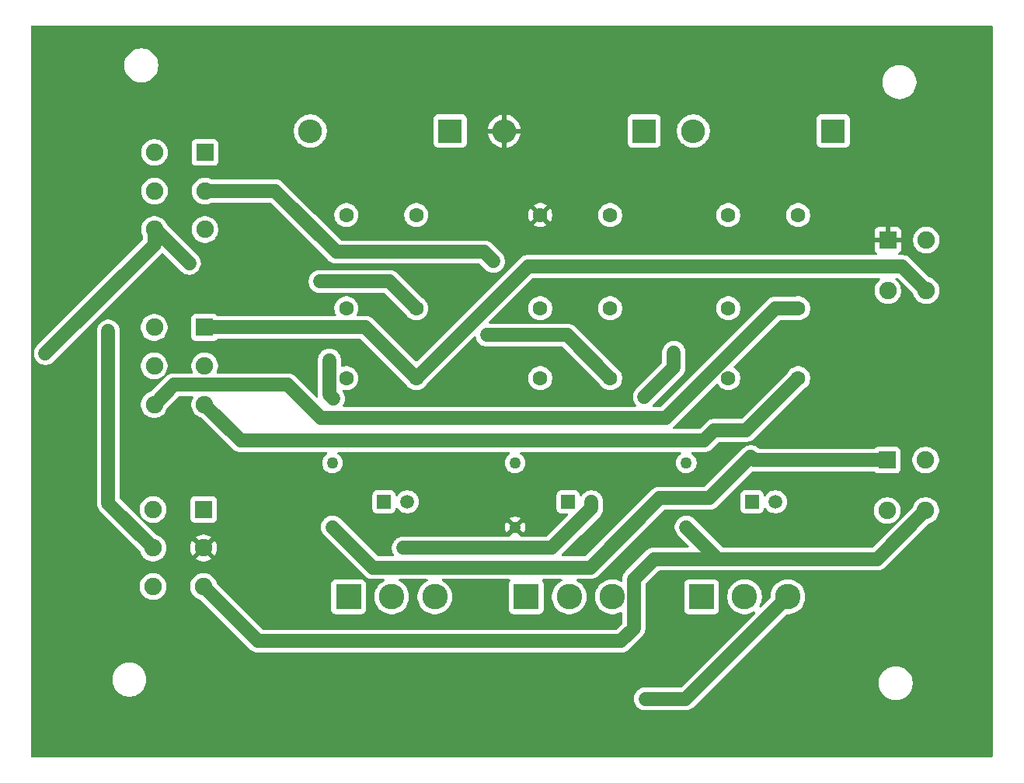
<source format=gbr>
%TF.GenerationSoftware,KiCad,Pcbnew,9.0.0*%
%TF.CreationDate,2025-05-05T23:55:40-07:00*%
%TF.ProjectId,Latchboard V9,4c617463-6862-46f6-9172-642056392e6b,rev?*%
%TF.SameCoordinates,Original*%
%TF.FileFunction,Copper,L2,Bot*%
%TF.FilePolarity,Positive*%
%FSLAX46Y46*%
G04 Gerber Fmt 4.6, Leading zero omitted, Abs format (unit mm)*
G04 Created by KiCad (PCBNEW 9.0.0) date 2025-05-05 23:55:40*
%MOMM*%
%LPD*%
G01*
G04 APERTURE LIST*
%TA.AperFunction,ComponentPad*%
%ADD10R,1.900000X1.900000*%
%TD*%
%TA.AperFunction,ComponentPad*%
%ADD11C,1.900000*%
%TD*%
%TA.AperFunction,ComponentPad*%
%ADD12R,2.600000X2.600000*%
%TD*%
%TA.AperFunction,ComponentPad*%
%ADD13O,2.600000X2.600000*%
%TD*%
%TA.AperFunction,ComponentPad*%
%ADD14C,1.258000*%
%TD*%
%TA.AperFunction,ComponentPad*%
%ADD15R,2.775000X2.775000*%
%TD*%
%TA.AperFunction,ComponentPad*%
%ADD16C,2.775000*%
%TD*%
%TA.AperFunction,ComponentPad*%
%ADD17C,1.508000*%
%TD*%
%TA.AperFunction,ComponentPad*%
%ADD18R,1.508000X1.508000*%
%TD*%
%TA.AperFunction,ComponentPad*%
%ADD19C,1.600200*%
%TD*%
%TA.AperFunction,ViaPad*%
%ADD20C,1.500000*%
%TD*%
%TA.AperFunction,Conductor*%
%ADD21C,1.500000*%
%TD*%
G04 APERTURE END LIST*
D10*
%TO.P,J3,1,1*%
%TO.N,+12V*%
X65395750Y-63500000D03*
D11*
%TO.P,J3,2,2*%
%TO.N,IMD FAULT*%
X65395750Y-67700000D03*
%TO.P,J3,3,3*%
%TO.N,+12V*%
X65395750Y-71900000D03*
%TO.P,J3,4,4*%
%TO.N,/LED 1B*%
X59895750Y-63500000D03*
%TO.P,J3,5,5*%
%TO.N,/LED 2B*%
X59895750Y-67700000D03*
%TO.P,J3,6,6*%
%TO.N,/LED 3B*%
X59895750Y-71900000D03*
%TD*%
%TO.P,J1,4,4*%
%TO.N,/DEBUG 1A*%
X144010000Y-78550000D03*
%TO.P,J1,3,3*%
%TO.N,/DEBUG 3B*%
X139810000Y-78550000D03*
%TO.P,J1,2,2*%
%TO.N,+12V*%
X144010000Y-73050000D03*
D10*
%TO.P,J1,1,1*%
%TO.N,GND*%
X139810000Y-73050000D03*
%TD*%
%TO.P,J2,1,1*%
%TO.N,BSPD Fault*%
X139740000Y-97034250D03*
D11*
%TO.P,J2,2,2*%
%TO.N,unconnected-(J2-Pad2)*%
X143940000Y-97034250D03*
%TO.P,J2,3,3*%
%TO.N,IMD FAULT*%
X139740000Y-102534250D03*
%TO.P,J2,4,4*%
%TO.N,BMS FAULT*%
X143940000Y-102534250D03*
%TD*%
%TO.P,J4,6,6*%
%TO.N,/DEBUG 3B*%
X59870000Y-90970000D03*
%TO.P,J4,5,5*%
%TO.N,/DEBUG 2B*%
X59870000Y-86770000D03*
%TO.P,J4,4,4*%
%TO.N,/DEBUG 1B*%
X59870000Y-82570000D03*
%TO.P,J4,3,3*%
%TO.N,/DEBUG 2B*%
X65370000Y-90970000D03*
%TO.P,J4,2,2*%
%TO.N,/DEBUG 1B*%
X65370000Y-86770000D03*
D10*
%TO.P,J4,1,1*%
%TO.N,/DEBUG 1A*%
X65370000Y-82570000D03*
%TD*%
D11*
%TO.P,J5,6,6*%
%TO.N,/LED 3B*%
X59750000Y-110810000D03*
%TO.P,J5,5,5*%
%TO.N,/LED 2B*%
X59750000Y-106610000D03*
%TO.P,J5,4,4*%
%TO.N,/LED 1B*%
X59750000Y-102410000D03*
%TO.P,J5,3,3*%
%TO.N,BMS FAULT*%
X65250000Y-110810000D03*
%TO.P,J5,2,2*%
%TO.N,GND*%
X65250000Y-106610000D03*
D10*
%TO.P,J5,1,1*%
%TO.N,BSPD Fault*%
X65250000Y-102410000D03*
%TD*%
D12*
%TO.P,D2,1,K*%
%TO.N,/LED 2B*%
X113260000Y-61160000D03*
D13*
%TO.P,D2,2,A*%
%TO.N,GND*%
X98020000Y-61160000D03*
%TD*%
D14*
%TO.P,R1,1*%
%TO.N,BSPD Fault*%
X79290000Y-104338500D03*
%TO.P,R1,2*%
%TO.N,Net-(LED1-PadC)*%
X79290000Y-97338500D03*
%TD*%
D15*
%TO.P,S3,1,1*%
%TO.N,unconnected-(S3-Pad1)*%
X119510000Y-111924250D03*
D16*
%TO.P,S3,2,2*%
%TO.N,+12V*%
X124210000Y-111924250D03*
%TO.P,S3,3,3*%
%TO.N,/LED 3B*%
X128910000Y-111924250D03*
%TD*%
D12*
%TO.P,D1,1,K*%
%TO.N,/LED 1B*%
X92120000Y-61160000D03*
D13*
%TO.P,D1,2,A*%
%TO.N,BSPD Fault*%
X76880000Y-61160000D03*
%TD*%
D17*
%TO.P,LED3,A,A*%
%TO.N,/LED 3B*%
X127570000Y-101580000D03*
D18*
%TO.P,LED3,C,C*%
%TO.N,Net-(LED3-PadC)*%
X125030000Y-101580000D03*
%TD*%
D12*
%TO.P,D3,1,K*%
%TO.N,/LED 3B*%
X133860000Y-61160000D03*
D13*
%TO.P,D3,2,A*%
%TO.N,BMS FAULT*%
X118620000Y-61160000D03*
%TD*%
D17*
%TO.P,LED1,A,A*%
%TO.N,/LED 1B*%
X87450000Y-101580000D03*
D18*
%TO.P,LED1,C,C*%
%TO.N,Net-(LED1-PadC)*%
X84910000Y-101580000D03*
%TD*%
D14*
%TO.P,R2,1*%
%TO.N,GND*%
X99190000Y-104338500D03*
%TO.P,R2,2*%
%TO.N,Net-(LED2-PadC)*%
X99190000Y-97338500D03*
%TD*%
D19*
%TO.P,K3,1,1*%
%TO.N,BMS FAULT*%
X122430000Y-70320000D03*
%TO.P,K3,3,3*%
%TO.N,+12V*%
X122430000Y-80480000D03*
%TO.P,K3,4,4*%
%TO.N,/LED 3B*%
X122430000Y-88100000D03*
%TO.P,K3,5,5*%
%TO.N,/DEBUG 2B*%
X130050000Y-88100000D03*
%TO.P,K3,6,6*%
%TO.N,/DEBUG 3B*%
X130050000Y-80480000D03*
%TO.P,K3,8,8*%
%TO.N,/LED 3B*%
X130050000Y-70320000D03*
%TD*%
%TO.P,K2,1,1*%
%TO.N,GND*%
X101940000Y-70320000D03*
%TO.P,K2,3,3*%
%TO.N,IMD FAULT*%
X101940000Y-80480000D03*
%TO.P,K2,4,4*%
%TO.N,/LED 2B*%
X101940000Y-88100000D03*
%TO.P,K2,5,5*%
%TO.N,/DEBUG 1B*%
X109560000Y-88100000D03*
%TO.P,K2,6,6*%
%TO.N,/DEBUG 2B*%
X109560000Y-80480000D03*
%TO.P,K2,8,8*%
%TO.N,/LED 2B*%
X109560000Y-70320000D03*
%TD*%
%TO.P,K1,1,1*%
%TO.N,BSPD Fault*%
X80800000Y-70320000D03*
%TO.P,K1,3,3*%
%TO.N,+12V*%
X80800000Y-80480000D03*
%TO.P,K1,4,4*%
%TO.N,/LED 1B*%
X80800000Y-88100000D03*
%TO.P,K1,5,5*%
%TO.N,/DEBUG 1A*%
X88420000Y-88100000D03*
%TO.P,K1,6,6*%
%TO.N,/DEBUG 1B*%
X88420000Y-80480000D03*
%TO.P,K1,8,8*%
%TO.N,/LED 1B*%
X88420000Y-70320000D03*
%TD*%
D14*
%TO.P,R3,1*%
%TO.N,BMS FAULT*%
X117840000Y-104338500D03*
%TO.P,R3,2*%
%TO.N,Net-(LED3-PadC)*%
X117840000Y-97338500D03*
%TD*%
D17*
%TO.P,LED2,A,A*%
%TO.N,/LED 2B*%
X107520000Y-101580000D03*
D18*
%TO.P,LED2,C,C*%
%TO.N,Net-(LED2-PadC)*%
X104980000Y-101580000D03*
%TD*%
D15*
%TO.P,S2,1,1*%
%TO.N,unconnected-(S2-Pad1)*%
X100400000Y-111924250D03*
D16*
%TO.P,S2,2,2*%
%TO.N,IMD FAULT*%
X105100000Y-111924250D03*
%TO.P,S2,3,3*%
%TO.N,/LED 2B*%
X109800000Y-111924250D03*
%TD*%
D15*
%TO.P,S1,1,1*%
%TO.N,unconnected-(S1-Pad1)*%
X81050000Y-111924250D03*
D16*
%TO.P,S1,2,2*%
%TO.N,+12V*%
X85750000Y-111924250D03*
%TO.P,S1,3,3*%
%TO.N,/LED 1B*%
X90450000Y-111924250D03*
%TD*%
D20*
%TO.N,BSPD Fault*%
X79400000Y-90320000D03*
X78960000Y-86130000D03*
%TO.N,/LED 2B*%
X87020000Y-106600000D03*
%TO.N,/LED 3B*%
X113390000Y-123060000D03*
X63700000Y-75570000D03*
%TO.N,IMD FAULT*%
X96830000Y-75350000D03*
%TO.N,BMS FAULT*%
X113280000Y-90150000D03*
X116490000Y-85290000D03*
%TO.N,/DEBUG 2B*%
X120900000Y-93790000D03*
%TO.N,/DEBUG 1B*%
X96160000Y-83410000D03*
X77940000Y-77560000D03*
%TO.N,/LED 2B*%
X54860000Y-82970000D03*
%TO.N,/LED 3B*%
X48010000Y-85400000D03*
%TD*%
D21*
%TO.N,/DEBUG 1A*%
X144010000Y-78550000D02*
X141380000Y-75920000D01*
X141380000Y-75920000D02*
X100600000Y-75920000D01*
X100600000Y-75920000D02*
X88420000Y-88100000D01*
%TO.N,BSPD Fault*%
X78960000Y-89880000D02*
X79400000Y-90320000D01*
X78960000Y-86130000D02*
X78960000Y-89880000D01*
%TO.N,BMS FAULT*%
X112138500Y-110040000D02*
X114358500Y-107820000D01*
X114358500Y-107820000D02*
X121321500Y-107820000D01*
%TO.N,/LED 2B*%
X87020000Y-106600000D02*
X103180000Y-106600000D01*
X103180000Y-106600000D02*
X107520000Y-102260000D01*
X107520000Y-102260000D02*
X107520000Y-101580000D01*
%TO.N,/LED 3B*%
X113390000Y-123060000D02*
X117774250Y-123060000D01*
X117774250Y-123060000D02*
X128910000Y-111924250D01*
X59895750Y-71900000D02*
X60030000Y-71900000D01*
X60030000Y-71900000D02*
X63700000Y-75570000D01*
%TO.N,IMD FAULT*%
X79710000Y-74350000D02*
X95830000Y-74350000D01*
X65395750Y-67700000D02*
X73060000Y-67700000D01*
X95830000Y-74350000D02*
X96830000Y-75350000D01*
X73060000Y-67700000D02*
X79710000Y-74350000D01*
%TO.N,/DEBUG 2B*%
X65370000Y-90970000D02*
X69300000Y-94900000D01*
X119790000Y-94900000D02*
X120900000Y-93790000D01*
X69300000Y-94900000D02*
X119790000Y-94900000D01*
%TO.N,BMS FAULT*%
X116490000Y-86940000D02*
X113280000Y-90150000D01*
X116490000Y-85290000D02*
X116490000Y-86940000D01*
X143940000Y-102534250D02*
X138654250Y-107820000D01*
X138654250Y-107820000D02*
X121321500Y-107820000D01*
X121321500Y-107820000D02*
X117840000Y-104338500D01*
%TO.N,/DEBUG 2B*%
X120900000Y-93790000D02*
X124360000Y-93790000D01*
X124360000Y-93790000D02*
X130050000Y-88100000D01*
%TO.N,/DEBUG 1B*%
X104870000Y-83410000D02*
X96160000Y-83410000D01*
X109560000Y-88100000D02*
X104870000Y-83410000D01*
X77940000Y-77560000D02*
X85500000Y-77560000D01*
X85500000Y-77560000D02*
X88420000Y-80480000D01*
%TO.N,/DEBUG 1A*%
X65370000Y-82570000D02*
X82890000Y-82570000D01*
X82890000Y-82570000D02*
X88420000Y-88100000D01*
%TO.N,/DEBUG 3B*%
X59870000Y-90970000D02*
X62014670Y-88825330D01*
X127573570Y-80480000D02*
X130050000Y-80480000D01*
X115583570Y-92470000D02*
X127573570Y-80480000D01*
X62014670Y-88825330D02*
X74405330Y-88825330D01*
X74405330Y-88825330D02*
X78050000Y-92470000D01*
X78050000Y-92470000D02*
X115583570Y-92470000D01*
%TO.N,BSPD Fault*%
X114940000Y-101190000D02*
X120350000Y-101190000D01*
X79290000Y-104338500D02*
X83690000Y-108738500D01*
X83690000Y-108738500D02*
X107391500Y-108738500D01*
X124880000Y-96660000D02*
X125254250Y-97034250D01*
X107391500Y-108738500D02*
X114940000Y-101190000D01*
X120350000Y-101190000D02*
X124880000Y-96660000D01*
X125254250Y-97034250D02*
X139740000Y-97034250D01*
%TO.N,BMS FAULT*%
X71200000Y-116760000D02*
X110740000Y-116760000D01*
X65250000Y-110810000D02*
X71200000Y-116760000D01*
X112138500Y-115361500D02*
X112138500Y-110040000D01*
X110740000Y-116760000D02*
X112138500Y-115361500D01*
%TO.N,/LED 2B*%
X54860000Y-101720000D02*
X54860000Y-82970000D01*
X59750000Y-106610000D02*
X54860000Y-101720000D01*
%TO.N,/LED 3B*%
X48010000Y-85400000D02*
X59895750Y-73514250D01*
X59895750Y-73514250D02*
X59895750Y-71900000D01*
%TD*%
%TA.AperFunction,Conductor*%
%TO.N,GND*%
G36*
X151182539Y-49680185D02*
G01*
X151228294Y-49732989D01*
X151239500Y-49784500D01*
X151239500Y-129320500D01*
X151219815Y-129387539D01*
X151167011Y-129433294D01*
X151115500Y-129444500D01*
X46594500Y-129444500D01*
X46527461Y-129424815D01*
X46481706Y-129372011D01*
X46470500Y-129320500D01*
X46470500Y-122961577D01*
X112139500Y-122961577D01*
X112139500Y-123158422D01*
X112170290Y-123352826D01*
X112231117Y-123540029D01*
X112320476Y-123715405D01*
X112436172Y-123874646D01*
X112575354Y-124013828D01*
X112734595Y-124129524D01*
X112817455Y-124171743D01*
X112909970Y-124218882D01*
X112909972Y-124218882D01*
X112909975Y-124218884D01*
X113010317Y-124251487D01*
X113097173Y-124279709D01*
X113291578Y-124310500D01*
X113291583Y-124310500D01*
X117872672Y-124310500D01*
X118067076Y-124279709D01*
X118254276Y-124218884D01*
X118429655Y-124129524D01*
X118588896Y-124013828D01*
X121384013Y-121218711D01*
X138829500Y-121218711D01*
X138829500Y-121461288D01*
X138861161Y-121701785D01*
X138923947Y-121936104D01*
X138942251Y-121980293D01*
X139016776Y-122160212D01*
X139138064Y-122370289D01*
X139138066Y-122370292D01*
X139138067Y-122370293D01*
X139285733Y-122562736D01*
X139285739Y-122562743D01*
X139457256Y-122734260D01*
X139457263Y-122734266D01*
X139543581Y-122800500D01*
X139649711Y-122881936D01*
X139859788Y-123003224D01*
X140083900Y-123096054D01*
X140318211Y-123158838D01*
X140498586Y-123182584D01*
X140558711Y-123190500D01*
X140558712Y-123190500D01*
X140801289Y-123190500D01*
X140849388Y-123184167D01*
X141041789Y-123158838D01*
X141276100Y-123096054D01*
X141500212Y-123003224D01*
X141710289Y-122881936D01*
X141902738Y-122734265D01*
X142074265Y-122562738D01*
X142221936Y-122370289D01*
X142343224Y-122160212D01*
X142436054Y-121936100D01*
X142498838Y-121701789D01*
X142530500Y-121461288D01*
X142530500Y-121218712D01*
X142498838Y-120978211D01*
X142436054Y-120743900D01*
X142343224Y-120519788D01*
X142221936Y-120309711D01*
X142074265Y-120117262D01*
X142074260Y-120117256D01*
X141902743Y-119945739D01*
X141902736Y-119945733D01*
X141710293Y-119798067D01*
X141710292Y-119798066D01*
X141710289Y-119798064D01*
X141500212Y-119676776D01*
X141500205Y-119676773D01*
X141276104Y-119583947D01*
X141041785Y-119521161D01*
X140801289Y-119489500D01*
X140801288Y-119489500D01*
X140558712Y-119489500D01*
X140558711Y-119489500D01*
X140318214Y-119521161D01*
X140083895Y-119583947D01*
X139859794Y-119676773D01*
X139859785Y-119676777D01*
X139649706Y-119798067D01*
X139457263Y-119945733D01*
X139457256Y-119945739D01*
X139285739Y-120117256D01*
X139285733Y-120117263D01*
X139138067Y-120309706D01*
X139016777Y-120519785D01*
X139016773Y-120519794D01*
X138923947Y-120743895D01*
X138861161Y-120978214D01*
X138829500Y-121218711D01*
X121384013Y-121218711D01*
X128754155Y-113848569D01*
X128815478Y-113815084D01*
X128841836Y-113812250D01*
X129033739Y-113812250D01*
X129033746Y-113812250D01*
X129279121Y-113779946D01*
X129518180Y-113715890D01*
X129746833Y-113621179D01*
X129961167Y-113497433D01*
X130157516Y-113346769D01*
X130332519Y-113171766D01*
X130483183Y-112975417D01*
X130606929Y-112761083D01*
X130701640Y-112532430D01*
X130765696Y-112293371D01*
X130798000Y-112047996D01*
X130798000Y-111800504D01*
X130765696Y-111555129D01*
X130701640Y-111316070D01*
X130606929Y-111087417D01*
X130606927Y-111087414D01*
X130606925Y-111087409D01*
X130483187Y-110873090D01*
X130483183Y-110873083D01*
X130332519Y-110676734D01*
X130332514Y-110676728D01*
X130157521Y-110501735D01*
X130157514Y-110501729D01*
X129961175Y-110351073D01*
X129961173Y-110351071D01*
X129961167Y-110351067D01*
X129961162Y-110351064D01*
X129961159Y-110351062D01*
X129746840Y-110227324D01*
X129746829Y-110227319D01*
X129518184Y-110132611D01*
X129279117Y-110068553D01*
X129033756Y-110036251D01*
X129033751Y-110036250D01*
X129033746Y-110036250D01*
X128786254Y-110036250D01*
X128786248Y-110036250D01*
X128786243Y-110036251D01*
X128540882Y-110068553D01*
X128301815Y-110132611D01*
X128073170Y-110227319D01*
X128073159Y-110227324D01*
X127858840Y-110351062D01*
X127858824Y-110351073D01*
X127662485Y-110501729D01*
X127662478Y-110501735D01*
X127487485Y-110676728D01*
X127487479Y-110676735D01*
X127336823Y-110873074D01*
X127336812Y-110873090D01*
X127213074Y-111087409D01*
X127213069Y-111087420D01*
X127118361Y-111316065D01*
X127054303Y-111555132D01*
X127022001Y-111800493D01*
X127022000Y-111800510D01*
X127022000Y-111992414D01*
X127002315Y-112059453D01*
X126985681Y-112080095D01*
X126029577Y-113036198D01*
X125968254Y-113069683D01*
X125898562Y-113064699D01*
X125842629Y-113022827D01*
X125818212Y-112957363D01*
X125833064Y-112889090D01*
X125834470Y-112886585D01*
X125906929Y-112761083D01*
X126001640Y-112532430D01*
X126065696Y-112293371D01*
X126098000Y-112047996D01*
X126098000Y-111800504D01*
X126065696Y-111555129D01*
X126001640Y-111316070D01*
X125906929Y-111087417D01*
X125906927Y-111087414D01*
X125906925Y-111087409D01*
X125783187Y-110873090D01*
X125783183Y-110873083D01*
X125632519Y-110676734D01*
X125632514Y-110676728D01*
X125457521Y-110501735D01*
X125457514Y-110501729D01*
X125261175Y-110351073D01*
X125261173Y-110351071D01*
X125261167Y-110351067D01*
X125261162Y-110351064D01*
X125261159Y-110351062D01*
X125046840Y-110227324D01*
X125046829Y-110227319D01*
X124818184Y-110132611D01*
X124579117Y-110068553D01*
X124333756Y-110036251D01*
X124333751Y-110036250D01*
X124333746Y-110036250D01*
X124086254Y-110036250D01*
X124086248Y-110036250D01*
X124086243Y-110036251D01*
X123840882Y-110068553D01*
X123601815Y-110132611D01*
X123373170Y-110227319D01*
X123373159Y-110227324D01*
X123158840Y-110351062D01*
X123158824Y-110351073D01*
X122962485Y-110501729D01*
X122962478Y-110501735D01*
X122787485Y-110676728D01*
X122787479Y-110676735D01*
X122636823Y-110873074D01*
X122636812Y-110873090D01*
X122513074Y-111087409D01*
X122513069Y-111087420D01*
X122418361Y-111316065D01*
X122354303Y-111555132D01*
X122322001Y-111800493D01*
X122322000Y-111800510D01*
X122322000Y-112047989D01*
X122322001Y-112048006D01*
X122354303Y-112293367D01*
X122418361Y-112532434D01*
X122513069Y-112761079D01*
X122513074Y-112761090D01*
X122636812Y-112975409D01*
X122636823Y-112975425D01*
X122787479Y-113171764D01*
X122787485Y-113171771D01*
X122962478Y-113346764D01*
X122962485Y-113346770D01*
X123056921Y-113419233D01*
X123158833Y-113497433D01*
X123158840Y-113497437D01*
X123373159Y-113621175D01*
X123373164Y-113621177D01*
X123373167Y-113621179D01*
X123601820Y-113715890D01*
X123840879Y-113779946D01*
X124086254Y-113812250D01*
X124086261Y-113812250D01*
X124333739Y-113812250D01*
X124333746Y-113812250D01*
X124579121Y-113779946D01*
X124818180Y-113715890D01*
X125046833Y-113621179D01*
X125172269Y-113548758D01*
X125240166Y-113532286D01*
X125306193Y-113555138D01*
X125349384Y-113610059D01*
X125356026Y-113679612D01*
X125324011Y-113741715D01*
X125321948Y-113743827D01*
X117292595Y-121773181D01*
X117231272Y-121806666D01*
X117204914Y-121809500D01*
X113291578Y-121809500D01*
X113097173Y-121840290D01*
X112909970Y-121901117D01*
X112734594Y-121990476D01*
X112643741Y-122056485D01*
X112575354Y-122106172D01*
X112575352Y-122106174D01*
X112575351Y-122106174D01*
X112436174Y-122245351D01*
X112436174Y-122245352D01*
X112436172Y-122245354D01*
X112386485Y-122313741D01*
X112320476Y-122404594D01*
X112231117Y-122579970D01*
X112170290Y-122767173D01*
X112139500Y-122961577D01*
X46470500Y-122961577D01*
X46470500Y-120828711D01*
X55309500Y-120828711D01*
X55309500Y-121071288D01*
X55341161Y-121311785D01*
X55403947Y-121546104D01*
X55468434Y-121701789D01*
X55496776Y-121770212D01*
X55618064Y-121980289D01*
X55618066Y-121980292D01*
X55618067Y-121980293D01*
X55765733Y-122172736D01*
X55765739Y-122172743D01*
X55937256Y-122344260D01*
X55937262Y-122344265D01*
X56129711Y-122491936D01*
X56339788Y-122613224D01*
X56563900Y-122706054D01*
X56798211Y-122768838D01*
X56978586Y-122792584D01*
X57038711Y-122800500D01*
X57038712Y-122800500D01*
X57281289Y-122800500D01*
X57329388Y-122794167D01*
X57521789Y-122768838D01*
X57756100Y-122706054D01*
X57980212Y-122613224D01*
X58190289Y-122491936D01*
X58382738Y-122344265D01*
X58554265Y-122172738D01*
X58701936Y-121980289D01*
X58823224Y-121770212D01*
X58916054Y-121546100D01*
X58978838Y-121311789D01*
X59010500Y-121071288D01*
X59010500Y-120828712D01*
X58978838Y-120588211D01*
X58916054Y-120353900D01*
X58823224Y-120129788D01*
X58701936Y-119919711D01*
X58641018Y-119840321D01*
X58554266Y-119727263D01*
X58554260Y-119727256D01*
X58382743Y-119555739D01*
X58382736Y-119555733D01*
X58190293Y-119408067D01*
X58190292Y-119408066D01*
X58190289Y-119408064D01*
X57980212Y-119286776D01*
X57980205Y-119286773D01*
X57756104Y-119193947D01*
X57521785Y-119131161D01*
X57281289Y-119099500D01*
X57281288Y-119099500D01*
X57038712Y-119099500D01*
X57038711Y-119099500D01*
X56798214Y-119131161D01*
X56563895Y-119193947D01*
X56339794Y-119286773D01*
X56339785Y-119286777D01*
X56129706Y-119408067D01*
X55937263Y-119555733D01*
X55937256Y-119555739D01*
X55765739Y-119727256D01*
X55765733Y-119727263D01*
X55618067Y-119919706D01*
X55496777Y-120129785D01*
X55496773Y-120129794D01*
X55403947Y-120353895D01*
X55341161Y-120588214D01*
X55309500Y-120828711D01*
X46470500Y-120828711D01*
X46470500Y-110695837D01*
X58299500Y-110695837D01*
X58299500Y-110924162D01*
X58335215Y-111149660D01*
X58405770Y-111366803D01*
X58501728Y-111555129D01*
X58509421Y-111570228D01*
X58643621Y-111754937D01*
X58805063Y-111916379D01*
X58989772Y-112050579D01*
X59047701Y-112080095D01*
X59193196Y-112154229D01*
X59193198Y-112154229D01*
X59193201Y-112154231D01*
X59309592Y-112192049D01*
X59410339Y-112224784D01*
X59635838Y-112260500D01*
X59635843Y-112260500D01*
X59864162Y-112260500D01*
X60089660Y-112224784D01*
X60306799Y-112154231D01*
X60510228Y-112050579D01*
X60694937Y-111916379D01*
X60856379Y-111754937D01*
X60990579Y-111570228D01*
X61094231Y-111366799D01*
X61164784Y-111149660D01*
X61174644Y-111087409D01*
X61200500Y-110924162D01*
X61200500Y-110695837D01*
X63799500Y-110695837D01*
X63799500Y-110924162D01*
X63835215Y-111149660D01*
X63905770Y-111366803D01*
X64001728Y-111555129D01*
X64009421Y-111570228D01*
X64143621Y-111754937D01*
X64305063Y-111916379D01*
X64489772Y-112050579D01*
X64693201Y-112154231D01*
X64861245Y-112208832D01*
X64910607Y-112239081D01*
X70385355Y-117713829D01*
X70544595Y-117829524D01*
X70627454Y-117871742D01*
X70719969Y-117918882D01*
X70719971Y-117918882D01*
X70719974Y-117918884D01*
X70820318Y-117951487D01*
X70907173Y-117979709D01*
X71101578Y-118010500D01*
X71101583Y-118010500D01*
X110838422Y-118010500D01*
X111032826Y-117979709D01*
X111220026Y-117918884D01*
X111395405Y-117829524D01*
X111554646Y-117713828D01*
X113092329Y-116176145D01*
X113208024Y-116016905D01*
X113297384Y-115841526D01*
X113358209Y-115654326D01*
X113389000Y-115459922D01*
X113389000Y-110609336D01*
X113397644Y-110579895D01*
X113404168Y-110549909D01*
X113407922Y-110544893D01*
X113408685Y-110542297D01*
X113425319Y-110521655D01*
X113458089Y-110488885D01*
X117622000Y-110488885D01*
X117622000Y-113359620D01*
X117622001Y-113359626D01*
X117628408Y-113419233D01*
X117678702Y-113554078D01*
X117678706Y-113554085D01*
X117764952Y-113669294D01*
X117764955Y-113669297D01*
X117880164Y-113755543D01*
X117880171Y-113755547D01*
X118015017Y-113805841D01*
X118015016Y-113805841D01*
X118021944Y-113806585D01*
X118074627Y-113812250D01*
X120945372Y-113812249D01*
X121004983Y-113805841D01*
X121139831Y-113755546D01*
X121255046Y-113669296D01*
X121341296Y-113554081D01*
X121391591Y-113419233D01*
X121398000Y-113359623D01*
X121397999Y-110488878D01*
X121391591Y-110429267D01*
X121372965Y-110379329D01*
X121341297Y-110294421D01*
X121341293Y-110294414D01*
X121255047Y-110179205D01*
X121255044Y-110179202D01*
X121139835Y-110092956D01*
X121139828Y-110092952D01*
X121004982Y-110042658D01*
X121004983Y-110042658D01*
X120945383Y-110036251D01*
X120945381Y-110036250D01*
X120945373Y-110036250D01*
X120945364Y-110036250D01*
X118074629Y-110036250D01*
X118074623Y-110036251D01*
X118015016Y-110042658D01*
X117880171Y-110092952D01*
X117880164Y-110092956D01*
X117764955Y-110179202D01*
X117764952Y-110179205D01*
X117678706Y-110294414D01*
X117678702Y-110294421D01*
X117628408Y-110429267D01*
X117623993Y-110470339D01*
X117622001Y-110488873D01*
X117622000Y-110488885D01*
X113458089Y-110488885D01*
X114840155Y-109106819D01*
X114901478Y-109073334D01*
X114927836Y-109070500D01*
X138752672Y-109070500D01*
X138947076Y-109039709D01*
X139134276Y-108978884D01*
X139309655Y-108889524D01*
X139468896Y-108773828D01*
X144279393Y-103963329D01*
X144328752Y-103933082D01*
X144496799Y-103878481D01*
X144700228Y-103774829D01*
X144884937Y-103640629D01*
X145046379Y-103479187D01*
X145180579Y-103294478D01*
X145284231Y-103091049D01*
X145354784Y-102873910D01*
X145390500Y-102648412D01*
X145390500Y-102420087D01*
X145354784Y-102194589D01*
X145284229Y-101977446D01*
X145203199Y-101818417D01*
X145180579Y-101774022D01*
X145046379Y-101589313D01*
X144884937Y-101427871D01*
X144700228Y-101293671D01*
X144685636Y-101286236D01*
X144496803Y-101190020D01*
X144279660Y-101119465D01*
X144054162Y-101083750D01*
X144054157Y-101083750D01*
X143825843Y-101083750D01*
X143825838Y-101083750D01*
X143600339Y-101119465D01*
X143383196Y-101190020D01*
X143179771Y-101293671D01*
X142995061Y-101427872D01*
X142833622Y-101589311D01*
X142699421Y-101774021D01*
X142595770Y-101977446D01*
X142541167Y-102145495D01*
X142510917Y-102194857D01*
X138172595Y-106533181D01*
X138111272Y-106566666D01*
X138084914Y-106569500D01*
X121890836Y-106569500D01*
X121823797Y-106549815D01*
X121803155Y-106533181D01*
X118654648Y-103384674D01*
X118654646Y-103384672D01*
X118495405Y-103268976D01*
X118320030Y-103179617D01*
X118132826Y-103118790D01*
X117938422Y-103088000D01*
X117938417Y-103088000D01*
X117741583Y-103088000D01*
X117741578Y-103088000D01*
X117547173Y-103118790D01*
X117359969Y-103179617D01*
X117184594Y-103268976D01*
X117093741Y-103334985D01*
X117025354Y-103384672D01*
X117025352Y-103384674D01*
X117025351Y-103384674D01*
X116886174Y-103523851D01*
X116886174Y-103523852D01*
X116886172Y-103523854D01*
X116836485Y-103592241D01*
X116770476Y-103683094D01*
X116681117Y-103858469D01*
X116620290Y-104045673D01*
X116589500Y-104240077D01*
X116589500Y-104436922D01*
X116620290Y-104631326D01*
X116681117Y-104818530D01*
X116770476Y-104993905D01*
X116886172Y-105153146D01*
X116886174Y-105153148D01*
X118090845Y-106357819D01*
X118124330Y-106419142D01*
X118119346Y-106488834D01*
X118077474Y-106544767D01*
X118012010Y-106569184D01*
X118003164Y-106569500D01*
X114260078Y-106569500D01*
X114065673Y-106600290D01*
X113878469Y-106661117D01*
X113703094Y-106750476D01*
X113615412Y-106814182D01*
X113543854Y-106866172D01*
X113543852Y-106866174D01*
X113543851Y-106866174D01*
X111184674Y-109225351D01*
X111184674Y-109225352D01*
X111184672Y-109225354D01*
X111134985Y-109293741D01*
X111068976Y-109384594D01*
X110979617Y-109559969D01*
X110950002Y-109651117D01*
X110918790Y-109747173D01*
X110888000Y-109941577D01*
X110888000Y-110157557D01*
X110868315Y-110224596D01*
X110815511Y-110270351D01*
X110746353Y-110280295D01*
X110702001Y-110264945D01*
X110636835Y-110227322D01*
X110636829Y-110227319D01*
X110408184Y-110132611D01*
X110169117Y-110068553D01*
X109923756Y-110036251D01*
X109923751Y-110036250D01*
X109923746Y-110036250D01*
X109676254Y-110036250D01*
X109676248Y-110036250D01*
X109676243Y-110036251D01*
X109430882Y-110068553D01*
X109191815Y-110132611D01*
X108963170Y-110227319D01*
X108963159Y-110227324D01*
X108748840Y-110351062D01*
X108748824Y-110351073D01*
X108552485Y-110501729D01*
X108552478Y-110501735D01*
X108377485Y-110676728D01*
X108377479Y-110676735D01*
X108226823Y-110873074D01*
X108226812Y-110873090D01*
X108103074Y-111087409D01*
X108103069Y-111087420D01*
X108008361Y-111316065D01*
X107944303Y-111555132D01*
X107912001Y-111800493D01*
X107912000Y-111800510D01*
X107912000Y-112047989D01*
X107912001Y-112048006D01*
X107944303Y-112293367D01*
X108008361Y-112532434D01*
X108103069Y-112761079D01*
X108103074Y-112761090D01*
X108226812Y-112975409D01*
X108226823Y-112975425D01*
X108377479Y-113171764D01*
X108377485Y-113171771D01*
X108552478Y-113346764D01*
X108552485Y-113346770D01*
X108646921Y-113419233D01*
X108748833Y-113497433D01*
X108748840Y-113497437D01*
X108963159Y-113621175D01*
X108963164Y-113621177D01*
X108963167Y-113621179D01*
X109191820Y-113715890D01*
X109430879Y-113779946D01*
X109676254Y-113812250D01*
X109676261Y-113812250D01*
X109923739Y-113812250D01*
X109923746Y-113812250D01*
X110169121Y-113779946D01*
X110408180Y-113715890D01*
X110636833Y-113621179D01*
X110701999Y-113583554D01*
X110769900Y-113567082D01*
X110835927Y-113589934D01*
X110879117Y-113644855D01*
X110888000Y-113690942D01*
X110888000Y-114792164D01*
X110868315Y-114859203D01*
X110851681Y-114879845D01*
X110258345Y-115473181D01*
X110197022Y-115506666D01*
X110170664Y-115509500D01*
X71769336Y-115509500D01*
X71702297Y-115489815D01*
X71681655Y-115473181D01*
X66697359Y-110488885D01*
X79162000Y-110488885D01*
X79162000Y-113359620D01*
X79162001Y-113359626D01*
X79168408Y-113419233D01*
X79218702Y-113554078D01*
X79218706Y-113554085D01*
X79304952Y-113669294D01*
X79304955Y-113669297D01*
X79420164Y-113755543D01*
X79420171Y-113755547D01*
X79555017Y-113805841D01*
X79555016Y-113805841D01*
X79561944Y-113806585D01*
X79614627Y-113812250D01*
X82485372Y-113812249D01*
X82544983Y-113805841D01*
X82679831Y-113755546D01*
X82795046Y-113669296D01*
X82881296Y-113554081D01*
X82931591Y-113419233D01*
X82938000Y-113359623D01*
X82937999Y-110488878D01*
X82931591Y-110429267D01*
X82912965Y-110379329D01*
X82881297Y-110294421D01*
X82881293Y-110294414D01*
X82795047Y-110179205D01*
X82795044Y-110179202D01*
X82679835Y-110092956D01*
X82679828Y-110092952D01*
X82544982Y-110042658D01*
X82544983Y-110042658D01*
X82485383Y-110036251D01*
X82485381Y-110036250D01*
X82485373Y-110036250D01*
X82485364Y-110036250D01*
X79614629Y-110036250D01*
X79614623Y-110036251D01*
X79555016Y-110042658D01*
X79420171Y-110092952D01*
X79420164Y-110092956D01*
X79304955Y-110179202D01*
X79304952Y-110179205D01*
X79218706Y-110294414D01*
X79218702Y-110294421D01*
X79168408Y-110429267D01*
X79163993Y-110470339D01*
X79162001Y-110488873D01*
X79162000Y-110488885D01*
X66697359Y-110488885D01*
X66679081Y-110470607D01*
X66648832Y-110421245D01*
X66594231Y-110253201D01*
X66490579Y-110049772D01*
X66356379Y-109865063D01*
X66194937Y-109703621D01*
X66010228Y-109569421D01*
X65991687Y-109559974D01*
X65806803Y-109465770D01*
X65589660Y-109395215D01*
X65364162Y-109359500D01*
X65364157Y-109359500D01*
X65135843Y-109359500D01*
X65135838Y-109359500D01*
X64910339Y-109395215D01*
X64693196Y-109465770D01*
X64489771Y-109569421D01*
X64305061Y-109703622D01*
X64143622Y-109865061D01*
X64009421Y-110049771D01*
X63905770Y-110253196D01*
X63835215Y-110470339D01*
X63799500Y-110695837D01*
X61200500Y-110695837D01*
X61164784Y-110470339D01*
X61107624Y-110294421D01*
X61094231Y-110253201D01*
X61094229Y-110253198D01*
X61094229Y-110253196D01*
X61012580Y-110092952D01*
X60990579Y-110049772D01*
X60856379Y-109865063D01*
X60694937Y-109703621D01*
X60510228Y-109569421D01*
X60491687Y-109559974D01*
X60306803Y-109465770D01*
X60089660Y-109395215D01*
X59864162Y-109359500D01*
X59864157Y-109359500D01*
X59635843Y-109359500D01*
X59635838Y-109359500D01*
X59410339Y-109395215D01*
X59193196Y-109465770D01*
X58989771Y-109569421D01*
X58805061Y-109703622D01*
X58643622Y-109865061D01*
X58509421Y-110049771D01*
X58405770Y-110253196D01*
X58335215Y-110470339D01*
X58299500Y-110695837D01*
X46470500Y-110695837D01*
X46470500Y-85301577D01*
X46759500Y-85301577D01*
X46759500Y-85498422D01*
X46790290Y-85692826D01*
X46851117Y-85880030D01*
X46917224Y-86009771D01*
X46940476Y-86055405D01*
X47056172Y-86214646D01*
X47195354Y-86353828D01*
X47354595Y-86469524D01*
X47437454Y-86511742D01*
X47529969Y-86558882D01*
X47529971Y-86558882D01*
X47529974Y-86558884D01*
X47630318Y-86591487D01*
X47717173Y-86619709D01*
X47911578Y-86650500D01*
X47911583Y-86650500D01*
X48108422Y-86650500D01*
X48302826Y-86619709D01*
X48490026Y-86558884D01*
X48665405Y-86469524D01*
X48824646Y-86353828D01*
X52306897Y-82871577D01*
X53609500Y-82871577D01*
X53609500Y-101818422D01*
X53640290Y-102012826D01*
X53701117Y-102200030D01*
X53773627Y-102342337D01*
X53790476Y-102375405D01*
X53906172Y-102534646D01*
X53906174Y-102534648D01*
X58320916Y-106949390D01*
X58351166Y-106998752D01*
X58405770Y-107166803D01*
X58469111Y-107291115D01*
X58509421Y-107370228D01*
X58643621Y-107554937D01*
X58805063Y-107716379D01*
X58989772Y-107850579D01*
X59085884Y-107899550D01*
X59193196Y-107954229D01*
X59193198Y-107954229D01*
X59193201Y-107954231D01*
X59309592Y-107992049D01*
X59410339Y-108024784D01*
X59635838Y-108060500D01*
X59635843Y-108060500D01*
X59864162Y-108060500D01*
X60089660Y-108024784D01*
X60091165Y-108024295D01*
X60306799Y-107954231D01*
X60510228Y-107850579D01*
X60694937Y-107716379D01*
X60856379Y-107554937D01*
X60990579Y-107370228D01*
X61094231Y-107166799D01*
X61164784Y-106949660D01*
X61186242Y-106814182D01*
X61200500Y-106724162D01*
X61200500Y-106495883D01*
X63800000Y-106495883D01*
X63800000Y-106724116D01*
X63835704Y-106949544D01*
X63906230Y-107166604D01*
X64009851Y-107369969D01*
X64063135Y-107443309D01*
X64063137Y-107443309D01*
X64610689Y-106895756D01*
X64629668Y-106941574D01*
X64706274Y-107056224D01*
X64803776Y-107153726D01*
X64918426Y-107230332D01*
X64964242Y-107249309D01*
X64416688Y-107796862D01*
X64416689Y-107796863D01*
X64490030Y-107850148D01*
X64693395Y-107953769D01*
X64910455Y-108024295D01*
X65135884Y-108060000D01*
X65364116Y-108060000D01*
X65589544Y-108024295D01*
X65806604Y-107953769D01*
X66009966Y-107850150D01*
X66083309Y-107796862D01*
X66083310Y-107796862D01*
X65535757Y-107249309D01*
X65581574Y-107230332D01*
X65696224Y-107153726D01*
X65793726Y-107056224D01*
X65870332Y-106941574D01*
X65889309Y-106895757D01*
X66436862Y-107443310D01*
X66436862Y-107443309D01*
X66490150Y-107369966D01*
X66593769Y-107166604D01*
X66664295Y-106949544D01*
X66700000Y-106724116D01*
X66700000Y-106495883D01*
X66664295Y-106270455D01*
X66593769Y-106053395D01*
X66490148Y-105850030D01*
X66436863Y-105776689D01*
X66436862Y-105776688D01*
X65889309Y-106324241D01*
X65870332Y-106278426D01*
X65793726Y-106163776D01*
X65696224Y-106066274D01*
X65581574Y-105989668D01*
X65535756Y-105970689D01*
X66083309Y-105423137D01*
X66083309Y-105423135D01*
X66009969Y-105369851D01*
X65806604Y-105266230D01*
X65589544Y-105195704D01*
X65364116Y-105160000D01*
X65135884Y-105160000D01*
X64910455Y-105195704D01*
X64693395Y-105266230D01*
X64490035Y-105369848D01*
X64490033Y-105369849D01*
X64416689Y-105423135D01*
X64416689Y-105423136D01*
X64964243Y-105970689D01*
X64918426Y-105989668D01*
X64803776Y-106066274D01*
X64706274Y-106163776D01*
X64629668Y-106278426D01*
X64610690Y-106324243D01*
X64063136Y-105776689D01*
X64063135Y-105776689D01*
X64009849Y-105850033D01*
X64009848Y-105850035D01*
X63906230Y-106053395D01*
X63835704Y-106270455D01*
X63800000Y-106495883D01*
X61200500Y-106495883D01*
X61200500Y-106495837D01*
X61164784Y-106270339D01*
X61115927Y-106119975D01*
X61094231Y-106053201D01*
X61094229Y-106053198D01*
X61094229Y-106053196D01*
X61034973Y-105936901D01*
X60990579Y-105849772D01*
X60856379Y-105665063D01*
X60694937Y-105503621D01*
X60510228Y-105369421D01*
X60432497Y-105329815D01*
X60306803Y-105265770D01*
X60138752Y-105211166D01*
X60089390Y-105180916D01*
X59148551Y-104240077D01*
X78039500Y-104240077D01*
X78039500Y-104436922D01*
X78070290Y-104631326D01*
X78131117Y-104818530D01*
X78220476Y-104993905D01*
X78336172Y-105153146D01*
X82875355Y-109692329D01*
X83034595Y-109808024D01*
X83117454Y-109850242D01*
X83209969Y-109897382D01*
X83209971Y-109897382D01*
X83209974Y-109897384D01*
X83310318Y-109929987D01*
X83397173Y-109958209D01*
X83591578Y-109989000D01*
X84865134Y-109989000D01*
X84932173Y-110008685D01*
X84977928Y-110061489D01*
X84987872Y-110130647D01*
X84958847Y-110194203D01*
X84916440Y-110224782D01*
X84916807Y-110225526D01*
X84913159Y-110227324D01*
X84698840Y-110351062D01*
X84698824Y-110351073D01*
X84502485Y-110501729D01*
X84502478Y-110501735D01*
X84327485Y-110676728D01*
X84327479Y-110676735D01*
X84176823Y-110873074D01*
X84176812Y-110873090D01*
X84053074Y-111087409D01*
X84053069Y-111087420D01*
X83958361Y-111316065D01*
X83894303Y-111555132D01*
X83862001Y-111800493D01*
X83862000Y-111800510D01*
X83862000Y-112047989D01*
X83862001Y-112048006D01*
X83894303Y-112293367D01*
X83958361Y-112532434D01*
X84053069Y-112761079D01*
X84053074Y-112761090D01*
X84176812Y-112975409D01*
X84176823Y-112975425D01*
X84327479Y-113171764D01*
X84327485Y-113171771D01*
X84502478Y-113346764D01*
X84502485Y-113346770D01*
X84596921Y-113419233D01*
X84698833Y-113497433D01*
X84698840Y-113497437D01*
X84913159Y-113621175D01*
X84913164Y-113621177D01*
X84913167Y-113621179D01*
X85141820Y-113715890D01*
X85380879Y-113779946D01*
X85626254Y-113812250D01*
X85626261Y-113812250D01*
X85873739Y-113812250D01*
X85873746Y-113812250D01*
X86119121Y-113779946D01*
X86358180Y-113715890D01*
X86586833Y-113621179D01*
X86801167Y-113497433D01*
X86997516Y-113346769D01*
X87172519Y-113171766D01*
X87323183Y-112975417D01*
X87446929Y-112761083D01*
X87541640Y-112532430D01*
X87605696Y-112293371D01*
X87638000Y-112047996D01*
X87638000Y-111800504D01*
X87605696Y-111555129D01*
X87541640Y-111316070D01*
X87446929Y-111087417D01*
X87446927Y-111087414D01*
X87446925Y-111087409D01*
X87323187Y-110873090D01*
X87323183Y-110873083D01*
X87172519Y-110676734D01*
X87172514Y-110676728D01*
X86997521Y-110501735D01*
X86997514Y-110501729D01*
X86801175Y-110351073D01*
X86801173Y-110351071D01*
X86801167Y-110351067D01*
X86801162Y-110351064D01*
X86801159Y-110351062D01*
X86586840Y-110227324D01*
X86583193Y-110225526D01*
X86583675Y-110224548D01*
X86533011Y-110183722D01*
X86510945Y-110117428D01*
X86528223Y-110049728D01*
X86579360Y-110002117D01*
X86634866Y-109989000D01*
X89565134Y-109989000D01*
X89632173Y-110008685D01*
X89677928Y-110061489D01*
X89687872Y-110130647D01*
X89658847Y-110194203D01*
X89616440Y-110224782D01*
X89616807Y-110225526D01*
X89613159Y-110227324D01*
X89398840Y-110351062D01*
X89398824Y-110351073D01*
X89202485Y-110501729D01*
X89202478Y-110501735D01*
X89027485Y-110676728D01*
X89027479Y-110676735D01*
X88876823Y-110873074D01*
X88876812Y-110873090D01*
X88753074Y-111087409D01*
X88753069Y-111087420D01*
X88658361Y-111316065D01*
X88594303Y-111555132D01*
X88562001Y-111800493D01*
X88562000Y-111800510D01*
X88562000Y-112047989D01*
X88562001Y-112048006D01*
X88594303Y-112293367D01*
X88658361Y-112532434D01*
X88753069Y-112761079D01*
X88753074Y-112761090D01*
X88876812Y-112975409D01*
X88876823Y-112975425D01*
X89027479Y-113171764D01*
X89027485Y-113171771D01*
X89202478Y-113346764D01*
X89202485Y-113346770D01*
X89296921Y-113419233D01*
X89398833Y-113497433D01*
X89398840Y-113497437D01*
X89613159Y-113621175D01*
X89613164Y-113621177D01*
X89613167Y-113621179D01*
X89841820Y-113715890D01*
X90080879Y-113779946D01*
X90326254Y-113812250D01*
X90326261Y-113812250D01*
X90573739Y-113812250D01*
X90573746Y-113812250D01*
X90819121Y-113779946D01*
X91058180Y-113715890D01*
X91286833Y-113621179D01*
X91501167Y-113497433D01*
X91697516Y-113346769D01*
X91872519Y-113171766D01*
X92023183Y-112975417D01*
X92146929Y-112761083D01*
X92241640Y-112532430D01*
X92305696Y-112293371D01*
X92338000Y-112047996D01*
X92338000Y-111800504D01*
X92305696Y-111555129D01*
X92241640Y-111316070D01*
X92146929Y-111087417D01*
X92146927Y-111087414D01*
X92146925Y-111087409D01*
X92023187Y-110873090D01*
X92023183Y-110873083D01*
X91872519Y-110676734D01*
X91872514Y-110676728D01*
X91697521Y-110501735D01*
X91697514Y-110501729D01*
X91501175Y-110351073D01*
X91501173Y-110351071D01*
X91501167Y-110351067D01*
X91501162Y-110351064D01*
X91501159Y-110351062D01*
X91286840Y-110227324D01*
X91283193Y-110225526D01*
X91283675Y-110224548D01*
X91233011Y-110183722D01*
X91210945Y-110117428D01*
X91228223Y-110049728D01*
X91279360Y-110002117D01*
X91334866Y-109989000D01*
X98549619Y-109989000D01*
X98616658Y-110008685D01*
X98662413Y-110061489D01*
X98672357Y-110130647D01*
X98648885Y-110187310D01*
X98620974Y-110224596D01*
X98568704Y-110294418D01*
X98568702Y-110294421D01*
X98518408Y-110429267D01*
X98513993Y-110470339D01*
X98512001Y-110488873D01*
X98512000Y-110488885D01*
X98512000Y-113359620D01*
X98512001Y-113359626D01*
X98518408Y-113419233D01*
X98568702Y-113554078D01*
X98568706Y-113554085D01*
X98654952Y-113669294D01*
X98654955Y-113669297D01*
X98770164Y-113755543D01*
X98770171Y-113755547D01*
X98905017Y-113805841D01*
X98905016Y-113805841D01*
X98911944Y-113806585D01*
X98964627Y-113812250D01*
X101835372Y-113812249D01*
X101894983Y-113805841D01*
X102029831Y-113755546D01*
X102145046Y-113669296D01*
X102231296Y-113554081D01*
X102281591Y-113419233D01*
X102288000Y-113359623D01*
X102287999Y-110488878D01*
X102281591Y-110429267D01*
X102262965Y-110379329D01*
X102231297Y-110294421D01*
X102231295Y-110294418D01*
X102231292Y-110294414D01*
X102151114Y-110187310D01*
X102126697Y-110121847D01*
X102141548Y-110053574D01*
X102190953Y-110004168D01*
X102250381Y-109989000D01*
X104215134Y-109989000D01*
X104282173Y-110008685D01*
X104327928Y-110061489D01*
X104337872Y-110130647D01*
X104308847Y-110194203D01*
X104266440Y-110224782D01*
X104266807Y-110225526D01*
X104263159Y-110227324D01*
X104048840Y-110351062D01*
X104048824Y-110351073D01*
X103852485Y-110501729D01*
X103852478Y-110501735D01*
X103677485Y-110676728D01*
X103677479Y-110676735D01*
X103526823Y-110873074D01*
X103526812Y-110873090D01*
X103403074Y-111087409D01*
X103403069Y-111087420D01*
X103308361Y-111316065D01*
X103244303Y-111555132D01*
X103212001Y-111800493D01*
X103212000Y-111800510D01*
X103212000Y-112047989D01*
X103212001Y-112048006D01*
X103244303Y-112293367D01*
X103308361Y-112532434D01*
X103403069Y-112761079D01*
X103403074Y-112761090D01*
X103526812Y-112975409D01*
X103526823Y-112975425D01*
X103677479Y-113171764D01*
X103677485Y-113171771D01*
X103852478Y-113346764D01*
X103852485Y-113346770D01*
X103946921Y-113419233D01*
X104048833Y-113497433D01*
X104048840Y-113497437D01*
X104263159Y-113621175D01*
X104263164Y-113621177D01*
X104263167Y-113621179D01*
X104491820Y-113715890D01*
X104730879Y-113779946D01*
X104976254Y-113812250D01*
X104976261Y-113812250D01*
X105223739Y-113812250D01*
X105223746Y-113812250D01*
X105469121Y-113779946D01*
X105708180Y-113715890D01*
X105936833Y-113621179D01*
X106151167Y-113497433D01*
X106347516Y-113346769D01*
X106522519Y-113171766D01*
X106673183Y-112975417D01*
X106796929Y-112761083D01*
X106891640Y-112532430D01*
X106955696Y-112293371D01*
X106988000Y-112047996D01*
X106988000Y-111800504D01*
X106955696Y-111555129D01*
X106891640Y-111316070D01*
X106796929Y-111087417D01*
X106796927Y-111087414D01*
X106796925Y-111087409D01*
X106673187Y-110873090D01*
X106673183Y-110873083D01*
X106522519Y-110676734D01*
X106522514Y-110676728D01*
X106347521Y-110501735D01*
X106347514Y-110501729D01*
X106151175Y-110351073D01*
X106151173Y-110351071D01*
X106151167Y-110351067D01*
X106151162Y-110351064D01*
X106151159Y-110351062D01*
X105936840Y-110227324D01*
X105933193Y-110225526D01*
X105933675Y-110224548D01*
X105883011Y-110183722D01*
X105860945Y-110117428D01*
X105878223Y-110049728D01*
X105929360Y-110002117D01*
X105984866Y-109989000D01*
X107489922Y-109989000D01*
X107684326Y-109958209D01*
X107871526Y-109897384D01*
X108046905Y-109808024D01*
X108206146Y-109692328D01*
X115421655Y-102476819D01*
X115482978Y-102443334D01*
X115509336Y-102440500D01*
X120448422Y-102440500D01*
X120642826Y-102409709D01*
X120830026Y-102348884D01*
X121005405Y-102259524D01*
X121164646Y-102143828D01*
X122530338Y-100778135D01*
X123775500Y-100778135D01*
X123775500Y-102381870D01*
X123775501Y-102381876D01*
X123781908Y-102441483D01*
X123832202Y-102576328D01*
X123832206Y-102576335D01*
X123918452Y-102691544D01*
X123918455Y-102691547D01*
X124033664Y-102777793D01*
X124033671Y-102777797D01*
X124168517Y-102828091D01*
X124168516Y-102828091D01*
X124175444Y-102828835D01*
X124228127Y-102834500D01*
X125831872Y-102834499D01*
X125891483Y-102828091D01*
X126026331Y-102777796D01*
X126141546Y-102691546D01*
X126227796Y-102576331D01*
X126278091Y-102441483D01*
X126284500Y-102381873D01*
X126284499Y-102326574D01*
X126304182Y-102259538D01*
X126356986Y-102213783D01*
X126426144Y-102203838D01*
X126489700Y-102232862D01*
X126508817Y-102253691D01*
X126613115Y-102397245D01*
X126613119Y-102397250D01*
X126752753Y-102536884D01*
X126902234Y-102645486D01*
X126912499Y-102652944D01*
X127088439Y-102742591D01*
X127213637Y-102783270D01*
X127276236Y-102803610D01*
X127471264Y-102834500D01*
X127471269Y-102834500D01*
X127668736Y-102834500D01*
X127863763Y-102803610D01*
X128051561Y-102742591D01*
X128227501Y-102652944D01*
X128365303Y-102552826D01*
X128387246Y-102536884D01*
X128387248Y-102536881D01*
X128387252Y-102536879D01*
X128504044Y-102420087D01*
X138289500Y-102420087D01*
X138289500Y-102648412D01*
X138325215Y-102873910D01*
X138395770Y-103091053D01*
X138470287Y-103237300D01*
X138499421Y-103294478D01*
X138633621Y-103479187D01*
X138795063Y-103640629D01*
X138979772Y-103774829D01*
X139036623Y-103803796D01*
X139183196Y-103878479D01*
X139183198Y-103878479D01*
X139183201Y-103878481D01*
X139299592Y-103916299D01*
X139400339Y-103949034D01*
X139625838Y-103984750D01*
X139625843Y-103984750D01*
X139854162Y-103984750D01*
X140079660Y-103949034D01*
X140296799Y-103878481D01*
X140500228Y-103774829D01*
X140684937Y-103640629D01*
X140846379Y-103479187D01*
X140980579Y-103294478D01*
X141084231Y-103091049D01*
X141154784Y-102873910D01*
X141190500Y-102648412D01*
X141190500Y-102420087D01*
X141154784Y-102194589D01*
X141084229Y-101977446D01*
X141003199Y-101818417D01*
X140980579Y-101774022D01*
X140846379Y-101589313D01*
X140684937Y-101427871D01*
X140500228Y-101293671D01*
X140485636Y-101286236D01*
X140296803Y-101190020D01*
X140079660Y-101119465D01*
X139854162Y-101083750D01*
X139854157Y-101083750D01*
X139625843Y-101083750D01*
X139625838Y-101083750D01*
X139400339Y-101119465D01*
X139183196Y-101190020D01*
X138979771Y-101293671D01*
X138795061Y-101427872D01*
X138633622Y-101589311D01*
X138499421Y-101774021D01*
X138395770Y-101977446D01*
X138325215Y-102194589D01*
X138289500Y-102420087D01*
X128504044Y-102420087D01*
X128526879Y-102397252D01*
X128538050Y-102381876D01*
X128566777Y-102342337D01*
X128566777Y-102342336D01*
X128642944Y-102237501D01*
X128732591Y-102061561D01*
X128793610Y-101873763D01*
X128796867Y-101853201D01*
X128824500Y-101678736D01*
X128824500Y-101481263D01*
X128793610Y-101286236D01*
X128755654Y-101169421D01*
X128732591Y-101098439D01*
X128642944Y-100922499D01*
X128598634Y-100861511D01*
X128526884Y-100762753D01*
X128387246Y-100623115D01*
X128227504Y-100507058D01*
X128227503Y-100507057D01*
X128227501Y-100507056D01*
X128051561Y-100417409D01*
X128051558Y-100417408D01*
X127863763Y-100356389D01*
X127668736Y-100325500D01*
X127668731Y-100325500D01*
X127471269Y-100325500D01*
X127471264Y-100325500D01*
X127276236Y-100356389D01*
X127088441Y-100417408D01*
X126912495Y-100507058D01*
X126752753Y-100623115D01*
X126613119Y-100762749D01*
X126613115Y-100762754D01*
X126508817Y-100906310D01*
X126453488Y-100948976D01*
X126383874Y-100954955D01*
X126322079Y-100922350D01*
X126287722Y-100861511D01*
X126284499Y-100833425D01*
X126284499Y-100778129D01*
X126284498Y-100778123D01*
X126284497Y-100778116D01*
X126278091Y-100718517D01*
X126242508Y-100623115D01*
X126227797Y-100583671D01*
X126227793Y-100583664D01*
X126141547Y-100468455D01*
X126141544Y-100468452D01*
X126026335Y-100382206D01*
X126026328Y-100382202D01*
X125891482Y-100331908D01*
X125891483Y-100331908D01*
X125831883Y-100325501D01*
X125831881Y-100325500D01*
X125831873Y-100325500D01*
X125831864Y-100325500D01*
X124228129Y-100325500D01*
X124228123Y-100325501D01*
X124168516Y-100331908D01*
X124033671Y-100382202D01*
X124033664Y-100382206D01*
X123918455Y-100468452D01*
X123918452Y-100468455D01*
X123832206Y-100583664D01*
X123832202Y-100583671D01*
X123781908Y-100718517D01*
X123775501Y-100778116D01*
X123775501Y-100778123D01*
X123775500Y-100778135D01*
X122530338Y-100778135D01*
X124997112Y-98311360D01*
X125058433Y-98277877D01*
X125104186Y-98276570D01*
X125143327Y-98282769D01*
X125155831Y-98284750D01*
X125155833Y-98284750D01*
X138327680Y-98284750D01*
X138394719Y-98304435D01*
X138426948Y-98334441D01*
X138432454Y-98341796D01*
X138432457Y-98341798D01*
X138547664Y-98428043D01*
X138547671Y-98428047D01*
X138682517Y-98478341D01*
X138682516Y-98478341D01*
X138689444Y-98479085D01*
X138742127Y-98484750D01*
X140737872Y-98484749D01*
X140797483Y-98478341D01*
X140932331Y-98428046D01*
X141047546Y-98341796D01*
X141133796Y-98226581D01*
X141184091Y-98091733D01*
X141190500Y-98032123D01*
X141190499Y-96920087D01*
X142489500Y-96920087D01*
X142489500Y-97148412D01*
X142525215Y-97373910D01*
X142595770Y-97591053D01*
X142688006Y-97772075D01*
X142699421Y-97794478D01*
X142833621Y-97979187D01*
X142995063Y-98140629D01*
X143179772Y-98274829D01*
X143251472Y-98311362D01*
X143383196Y-98378479D01*
X143383198Y-98378479D01*
X143383201Y-98378481D01*
X143499592Y-98416299D01*
X143600339Y-98449034D01*
X143825838Y-98484750D01*
X143825843Y-98484750D01*
X144054162Y-98484750D01*
X144279660Y-98449034D01*
X144306888Y-98440187D01*
X144496799Y-98378481D01*
X144700228Y-98274829D01*
X144884937Y-98140629D01*
X145046379Y-97979187D01*
X145180579Y-97794478D01*
X145284231Y-97591049D01*
X145354784Y-97373910D01*
X145374472Y-97249606D01*
X145390500Y-97148412D01*
X145390500Y-96920087D01*
X145354784Y-96694589D01*
X145284229Y-96477446D01*
X145222197Y-96355703D01*
X145180579Y-96274022D01*
X145046379Y-96089313D01*
X144884937Y-95927871D01*
X144700228Y-95793671D01*
X144680757Y-95783750D01*
X144496803Y-95690020D01*
X144279660Y-95619465D01*
X144054162Y-95583750D01*
X144054157Y-95583750D01*
X143825843Y-95583750D01*
X143825838Y-95583750D01*
X143600339Y-95619465D01*
X143383196Y-95690020D01*
X143179771Y-95793671D01*
X142995061Y-95927872D01*
X142833622Y-96089311D01*
X142699421Y-96274021D01*
X142595770Y-96477446D01*
X142525215Y-96694589D01*
X142489500Y-96920087D01*
X141190499Y-96920087D01*
X141190499Y-96036378D01*
X141184091Y-95976767D01*
X141181389Y-95969523D01*
X141133797Y-95841921D01*
X141133793Y-95841914D01*
X141047547Y-95726705D01*
X141047544Y-95726702D01*
X140932335Y-95640456D01*
X140932328Y-95640452D01*
X140797482Y-95590158D01*
X140797483Y-95590158D01*
X140737883Y-95583751D01*
X140737881Y-95583750D01*
X140737873Y-95583750D01*
X140737864Y-95583750D01*
X138742129Y-95583750D01*
X138742123Y-95583751D01*
X138682516Y-95590158D01*
X138547671Y-95640452D01*
X138547664Y-95640456D01*
X138432457Y-95726701D01*
X138432451Y-95726707D01*
X138426948Y-95734059D01*
X138371015Y-95775931D01*
X138327680Y-95783750D01*
X125823586Y-95783750D01*
X125756547Y-95764065D01*
X125735905Y-95747431D01*
X125694648Y-95706174D01*
X125694647Y-95706173D01*
X125694646Y-95706172D01*
X125535405Y-95590476D01*
X125534781Y-95590158D01*
X125360030Y-95501117D01*
X125172826Y-95440290D01*
X124978422Y-95409500D01*
X124978417Y-95409500D01*
X124978416Y-95409500D01*
X124781583Y-95409500D01*
X124781578Y-95409500D01*
X124587176Y-95440290D01*
X124587173Y-95440291D01*
X124541264Y-95455207D01*
X124541262Y-95455207D01*
X124399970Y-95501117D01*
X124280867Y-95561804D01*
X124224595Y-95590476D01*
X124224594Y-95590477D01*
X124216696Y-95596215D01*
X124216691Y-95596217D01*
X124065352Y-95706173D01*
X124065351Y-95706174D01*
X119868345Y-99903181D01*
X119807022Y-99936666D01*
X119780664Y-99939500D01*
X114841578Y-99939500D01*
X114647173Y-99970290D01*
X114459969Y-100031117D01*
X114284594Y-100120476D01*
X114193741Y-100186485D01*
X114125354Y-100236172D01*
X114125352Y-100236174D01*
X114125351Y-100236174D01*
X106909845Y-107451681D01*
X106848522Y-107485166D01*
X106822164Y-107488000D01*
X104359836Y-107488000D01*
X104292797Y-107468315D01*
X104247042Y-107415511D01*
X104237098Y-107346353D01*
X104266123Y-107282797D01*
X104272155Y-107276319D01*
X106367558Y-105180916D01*
X108473828Y-103074646D01*
X108589524Y-102915405D01*
X108678884Y-102740026D01*
X108739709Y-102552826D01*
X108757343Y-102441483D01*
X108758238Y-102435835D01*
X108758238Y-102435834D01*
X108770500Y-102358416D01*
X108770500Y-101713742D01*
X108772027Y-101694344D01*
X108774500Y-101678730D01*
X108774500Y-101481263D01*
X108743610Y-101286236D01*
X108705654Y-101169421D01*
X108682591Y-101098439D01*
X108592944Y-100922499D01*
X108548634Y-100861511D01*
X108476884Y-100762753D01*
X108337246Y-100623115D01*
X108177504Y-100507058D01*
X108177503Y-100507057D01*
X108177501Y-100507056D01*
X108001561Y-100417409D01*
X108001558Y-100417408D01*
X107813763Y-100356389D01*
X107618736Y-100325500D01*
X107618731Y-100325500D01*
X107421269Y-100325500D01*
X107421264Y-100325500D01*
X107226236Y-100356389D01*
X107038441Y-100417408D01*
X106862495Y-100507058D01*
X106702753Y-100623115D01*
X106563119Y-100762749D01*
X106563115Y-100762754D01*
X106458817Y-100906310D01*
X106403488Y-100948976D01*
X106333874Y-100954955D01*
X106272079Y-100922350D01*
X106237722Y-100861511D01*
X106234499Y-100833425D01*
X106234499Y-100778129D01*
X106234498Y-100778123D01*
X106234497Y-100778116D01*
X106228091Y-100718517D01*
X106192508Y-100623115D01*
X106177797Y-100583671D01*
X106177793Y-100583664D01*
X106091547Y-100468455D01*
X106091544Y-100468452D01*
X105976335Y-100382206D01*
X105976328Y-100382202D01*
X105841482Y-100331908D01*
X105841483Y-100331908D01*
X105781883Y-100325501D01*
X105781881Y-100325500D01*
X105781873Y-100325500D01*
X105781864Y-100325500D01*
X104178129Y-100325500D01*
X104178123Y-100325501D01*
X104118516Y-100331908D01*
X103983671Y-100382202D01*
X103983664Y-100382206D01*
X103868455Y-100468452D01*
X103868452Y-100468455D01*
X103782206Y-100583664D01*
X103782202Y-100583671D01*
X103731908Y-100718517D01*
X103725501Y-100778116D01*
X103725501Y-100778123D01*
X103725500Y-100778135D01*
X103725500Y-102381870D01*
X103725501Y-102381876D01*
X103731908Y-102441483D01*
X103782202Y-102576328D01*
X103782206Y-102576335D01*
X103868452Y-102691544D01*
X103868455Y-102691547D01*
X103983664Y-102777793D01*
X103983671Y-102777797D01*
X104118517Y-102828091D01*
X104118516Y-102828091D01*
X104125444Y-102828835D01*
X104178127Y-102834500D01*
X104877664Y-102834499D01*
X104944702Y-102854183D01*
X104990457Y-102906987D01*
X105000401Y-102976146D01*
X104971376Y-103039702D01*
X104965344Y-103046180D01*
X102698345Y-105313181D01*
X102637022Y-105346666D01*
X102610664Y-105349500D01*
X99898810Y-105349500D01*
X99831771Y-105329815D01*
X99811129Y-105313181D01*
X99211448Y-104713500D01*
X99239370Y-104713500D01*
X99334745Y-104687944D01*
X99420255Y-104638575D01*
X99490075Y-104568755D01*
X99539444Y-104483245D01*
X99565000Y-104387870D01*
X99565000Y-104359947D01*
X100147051Y-104941999D01*
X100147052Y-104941998D01*
X100155600Y-104930234D01*
X100155604Y-104930227D01*
X100236283Y-104771890D01*
X100291199Y-104602875D01*
X100319000Y-104427353D01*
X100319000Y-104249646D01*
X100291199Y-104074124D01*
X100236283Y-103905109D01*
X100155604Y-103746771D01*
X100147052Y-103735000D01*
X100147051Y-103734999D01*
X99565000Y-104317051D01*
X99565000Y-104289130D01*
X99539444Y-104193755D01*
X99490075Y-104108245D01*
X99420255Y-104038425D01*
X99334745Y-103989056D01*
X99239370Y-103963500D01*
X99211447Y-103963500D01*
X99793498Y-103381447D01*
X99793498Y-103381446D01*
X99781727Y-103372895D01*
X99623390Y-103292216D01*
X99454375Y-103237300D01*
X99278853Y-103209500D01*
X99101147Y-103209500D01*
X98925624Y-103237300D01*
X98756609Y-103292216D01*
X98598271Y-103372894D01*
X98598269Y-103372895D01*
X98586500Y-103381445D01*
X98586500Y-103381447D01*
X99168554Y-103963500D01*
X99140630Y-103963500D01*
X99045255Y-103989056D01*
X98959745Y-104038425D01*
X98889925Y-104108245D01*
X98840556Y-104193755D01*
X98815000Y-104289130D01*
X98815000Y-104317053D01*
X98232947Y-103735000D01*
X98232945Y-103735000D01*
X98224395Y-103746769D01*
X98224394Y-103746771D01*
X98143716Y-103905109D01*
X98088800Y-104074124D01*
X98061000Y-104249646D01*
X98061000Y-104427353D01*
X98088800Y-104602875D01*
X98143716Y-104771890D01*
X98224395Y-104930227D01*
X98232947Y-104941998D01*
X98815000Y-104359945D01*
X98815000Y-104387870D01*
X98840556Y-104483245D01*
X98889925Y-104568755D01*
X98959745Y-104638575D01*
X99045255Y-104687944D01*
X99140630Y-104713500D01*
X99168553Y-104713500D01*
X98568870Y-105313181D01*
X98507547Y-105346666D01*
X98481189Y-105349500D01*
X86921578Y-105349500D01*
X86727173Y-105380290D01*
X86539970Y-105441117D01*
X86364594Y-105530476D01*
X86273741Y-105596485D01*
X86205354Y-105646172D01*
X86205352Y-105646174D01*
X86205351Y-105646174D01*
X86066174Y-105785351D01*
X86066174Y-105785352D01*
X86066172Y-105785354D01*
X86019370Y-105849771D01*
X85950476Y-105944594D01*
X85861117Y-106119970D01*
X85800290Y-106307173D01*
X85769500Y-106501577D01*
X85769500Y-106698422D01*
X85800290Y-106892826D01*
X85861117Y-107080029D01*
X85950478Y-107255408D01*
X85976420Y-107291115D01*
X85999900Y-107356921D01*
X85984074Y-107424975D01*
X85933968Y-107473670D01*
X85876102Y-107488000D01*
X84259336Y-107488000D01*
X84192297Y-107468315D01*
X84171655Y-107451681D01*
X80104648Y-103384674D01*
X80104646Y-103384672D01*
X79945405Y-103268976D01*
X79770030Y-103179617D01*
X79582826Y-103118790D01*
X79388422Y-103088000D01*
X79388417Y-103088000D01*
X79191583Y-103088000D01*
X79191578Y-103088000D01*
X78997173Y-103118790D01*
X78809969Y-103179617D01*
X78634594Y-103268976D01*
X78543741Y-103334985D01*
X78475354Y-103384672D01*
X78475352Y-103384674D01*
X78475351Y-103384674D01*
X78336174Y-103523851D01*
X78336174Y-103523852D01*
X78336172Y-103523854D01*
X78286485Y-103592241D01*
X78220476Y-103683094D01*
X78131117Y-103858469D01*
X78070290Y-104045673D01*
X78039500Y-104240077D01*
X59148551Y-104240077D01*
X57204311Y-102295837D01*
X58299500Y-102295837D01*
X58299500Y-102524162D01*
X58335215Y-102749660D01*
X58405770Y-102966803D01*
X58509421Y-103170228D01*
X58643621Y-103354937D01*
X58805063Y-103516379D01*
X58989772Y-103650579D01*
X59085884Y-103699550D01*
X59193196Y-103754229D01*
X59193198Y-103754229D01*
X59193201Y-103754231D01*
X59256592Y-103774828D01*
X59410339Y-103824784D01*
X59635838Y-103860500D01*
X59635843Y-103860500D01*
X59864162Y-103860500D01*
X60089660Y-103824784D01*
X60306799Y-103754231D01*
X60510228Y-103650579D01*
X60694937Y-103516379D01*
X60856379Y-103354937D01*
X60990579Y-103170228D01*
X61094231Y-102966799D01*
X61164784Y-102749660D01*
X61173988Y-102691547D01*
X61200500Y-102524162D01*
X61200500Y-102295837D01*
X61164784Y-102070339D01*
X61094229Y-101853196D01*
X61018202Y-101703986D01*
X60990579Y-101649772D01*
X60856379Y-101465063D01*
X60803451Y-101412135D01*
X63799500Y-101412135D01*
X63799500Y-103407870D01*
X63799501Y-103407876D01*
X63805908Y-103467483D01*
X63856202Y-103602328D01*
X63856206Y-103602335D01*
X63942452Y-103717544D01*
X63942455Y-103717547D01*
X64057664Y-103803793D01*
X64057671Y-103803797D01*
X64192517Y-103854091D01*
X64192516Y-103854091D01*
X64199444Y-103854835D01*
X64252127Y-103860500D01*
X66247872Y-103860499D01*
X66307483Y-103854091D01*
X66442331Y-103803796D01*
X66557546Y-103717546D01*
X66643796Y-103602331D01*
X66694091Y-103467483D01*
X66700500Y-103407873D01*
X66700499Y-101412128D01*
X66694091Y-101352517D01*
X66675854Y-101303622D01*
X66643797Y-101217671D01*
X66643793Y-101217664D01*
X66557547Y-101102455D01*
X66557544Y-101102452D01*
X66442335Y-101016206D01*
X66442328Y-101016202D01*
X66307482Y-100965908D01*
X66307483Y-100965908D01*
X66247883Y-100959501D01*
X66247881Y-100959500D01*
X66247873Y-100959500D01*
X66247864Y-100959500D01*
X64252129Y-100959500D01*
X64252123Y-100959501D01*
X64192516Y-100965908D01*
X64057671Y-101016202D01*
X64057664Y-101016206D01*
X63942455Y-101102452D01*
X63942452Y-101102455D01*
X63856206Y-101217664D01*
X63856202Y-101217671D01*
X63805908Y-101352517D01*
X63799501Y-101412116D01*
X63799501Y-101412123D01*
X63799500Y-101412135D01*
X60803451Y-101412135D01*
X60694937Y-101303621D01*
X60510228Y-101169421D01*
X60306803Y-101065770D01*
X60089660Y-100995215D01*
X59864162Y-100959500D01*
X59864157Y-100959500D01*
X59635843Y-100959500D01*
X59635838Y-100959500D01*
X59410339Y-100995215D01*
X59193196Y-101065770D01*
X58989771Y-101169421D01*
X58805061Y-101303622D01*
X58643622Y-101465061D01*
X58509421Y-101649771D01*
X58405770Y-101853196D01*
X58335215Y-102070339D01*
X58299500Y-102295837D01*
X57204311Y-102295837D01*
X56146819Y-101238345D01*
X56113334Y-101177022D01*
X56110500Y-101150664D01*
X56110500Y-100778135D01*
X83655500Y-100778135D01*
X83655500Y-102381870D01*
X83655501Y-102381876D01*
X83661908Y-102441483D01*
X83712202Y-102576328D01*
X83712206Y-102576335D01*
X83798452Y-102691544D01*
X83798455Y-102691547D01*
X83913664Y-102777793D01*
X83913671Y-102777797D01*
X84048517Y-102828091D01*
X84048516Y-102828091D01*
X84055444Y-102828835D01*
X84108127Y-102834500D01*
X85711872Y-102834499D01*
X85771483Y-102828091D01*
X85906331Y-102777796D01*
X86021546Y-102691546D01*
X86107796Y-102576331D01*
X86158091Y-102441483D01*
X86164500Y-102381873D01*
X86164499Y-102326574D01*
X86184182Y-102259538D01*
X86236986Y-102213783D01*
X86306144Y-102203838D01*
X86369700Y-102232862D01*
X86388817Y-102253691D01*
X86493115Y-102397245D01*
X86493119Y-102397250D01*
X86632753Y-102536884D01*
X86782234Y-102645486D01*
X86792499Y-102652944D01*
X86968439Y-102742591D01*
X87093637Y-102783270D01*
X87156236Y-102803610D01*
X87351264Y-102834500D01*
X87351269Y-102834500D01*
X87548736Y-102834500D01*
X87743763Y-102803610D01*
X87931561Y-102742591D01*
X88107501Y-102652944D01*
X88245303Y-102552826D01*
X88267246Y-102536884D01*
X88267248Y-102536881D01*
X88267252Y-102536879D01*
X88406879Y-102397252D01*
X88406881Y-102397248D01*
X88406884Y-102397246D01*
X88480556Y-102295843D01*
X88522944Y-102237501D01*
X88612591Y-102061561D01*
X88673610Y-101873763D01*
X88676867Y-101853201D01*
X88704500Y-101678736D01*
X88704500Y-101481263D01*
X88673610Y-101286236D01*
X88635654Y-101169421D01*
X88612591Y-101098439D01*
X88522944Y-100922499D01*
X88478634Y-100861511D01*
X88406884Y-100762753D01*
X88267246Y-100623115D01*
X88107504Y-100507058D01*
X88107503Y-100507057D01*
X88107501Y-100507056D01*
X87931561Y-100417409D01*
X87931558Y-100417408D01*
X87743763Y-100356389D01*
X87548736Y-100325500D01*
X87548731Y-100325500D01*
X87351269Y-100325500D01*
X87351264Y-100325500D01*
X87156236Y-100356389D01*
X86968441Y-100417408D01*
X86792495Y-100507058D01*
X86632753Y-100623115D01*
X86493119Y-100762749D01*
X86493115Y-100762754D01*
X86388817Y-100906310D01*
X86333488Y-100948976D01*
X86263874Y-100954955D01*
X86202079Y-100922350D01*
X86167722Y-100861511D01*
X86164499Y-100833425D01*
X86164499Y-100778129D01*
X86164498Y-100778123D01*
X86164497Y-100778116D01*
X86158091Y-100718517D01*
X86122508Y-100623115D01*
X86107797Y-100583671D01*
X86107793Y-100583664D01*
X86021547Y-100468455D01*
X86021544Y-100468452D01*
X85906335Y-100382206D01*
X85906328Y-100382202D01*
X85771482Y-100331908D01*
X85771483Y-100331908D01*
X85711883Y-100325501D01*
X85711881Y-100325500D01*
X85711873Y-100325500D01*
X85711864Y-100325500D01*
X84108129Y-100325500D01*
X84108123Y-100325501D01*
X84048516Y-100331908D01*
X83913671Y-100382202D01*
X83913664Y-100382206D01*
X83798455Y-100468452D01*
X83798452Y-100468455D01*
X83712206Y-100583664D01*
X83712202Y-100583671D01*
X83661908Y-100718517D01*
X83655501Y-100778116D01*
X83655501Y-100778123D01*
X83655500Y-100778135D01*
X56110500Y-100778135D01*
X56110500Y-90855837D01*
X58419500Y-90855837D01*
X58419500Y-91084162D01*
X58455215Y-91309660D01*
X58525770Y-91526803D01*
X58629421Y-91730228D01*
X58763621Y-91914937D01*
X58925063Y-92076379D01*
X59109772Y-92210579D01*
X59205884Y-92259550D01*
X59313196Y-92314229D01*
X59313198Y-92314229D01*
X59313201Y-92314231D01*
X59429592Y-92352049D01*
X59530339Y-92384784D01*
X59755838Y-92420500D01*
X59755843Y-92420500D01*
X59984162Y-92420500D01*
X60209660Y-92384784D01*
X60426799Y-92314231D01*
X60630228Y-92210579D01*
X60814937Y-92076379D01*
X60976379Y-91914937D01*
X61110579Y-91730228D01*
X61214231Y-91526799D01*
X61268832Y-91358752D01*
X61299079Y-91309393D01*
X62496325Y-90112149D01*
X62557648Y-90078664D01*
X62584006Y-90075830D01*
X63995318Y-90075830D01*
X64062357Y-90095515D01*
X64108112Y-90148319D01*
X64118056Y-90217477D01*
X64105803Y-90256125D01*
X64025770Y-90413196D01*
X63955215Y-90630339D01*
X63919500Y-90855837D01*
X63919500Y-91084162D01*
X63955215Y-91309660D01*
X64025770Y-91526803D01*
X64129421Y-91730228D01*
X64263621Y-91914937D01*
X64425063Y-92076379D01*
X64609772Y-92210579D01*
X64813201Y-92314231D01*
X64981245Y-92368832D01*
X65030607Y-92399081D01*
X68346171Y-95714645D01*
X68346172Y-95714646D01*
X68485354Y-95853828D01*
X68644595Y-95969524D01*
X68775806Y-96036379D01*
X68819979Y-96058886D01*
X68904223Y-96086258D01*
X68946346Y-96099944D01*
X68946347Y-96099945D01*
X68946348Y-96099945D01*
X69007173Y-96119709D01*
X69080076Y-96131255D01*
X69201578Y-96150500D01*
X78621888Y-96150500D01*
X78688927Y-96170185D01*
X78734682Y-96222989D01*
X78744626Y-96292147D01*
X78715601Y-96355703D01*
X78694773Y-96374818D01*
X78554186Y-96476959D01*
X78554181Y-96476963D01*
X78428459Y-96602685D01*
X78323967Y-96746509D01*
X78243249Y-96904924D01*
X78188312Y-97074006D01*
X78160500Y-97249606D01*
X78160500Y-97427393D01*
X78188312Y-97602993D01*
X78243249Y-97772075D01*
X78323967Y-97930490D01*
X78428459Y-98074314D01*
X78554185Y-98200040D01*
X78659522Y-98276570D01*
X78698013Y-98304535D01*
X78843135Y-98378479D01*
X78856424Y-98385250D01*
X78940965Y-98412718D01*
X79025508Y-98440188D01*
X79201106Y-98468000D01*
X79201107Y-98468000D01*
X79378893Y-98468000D01*
X79378894Y-98468000D01*
X79554492Y-98440188D01*
X79723578Y-98385249D01*
X79881987Y-98304535D01*
X79989277Y-98226585D01*
X80025814Y-98200040D01*
X80025816Y-98200037D01*
X80025820Y-98200035D01*
X80151535Y-98074320D01*
X80151537Y-98074316D01*
X80151540Y-98074314D01*
X80220652Y-97979188D01*
X80256035Y-97930487D01*
X80336749Y-97772078D01*
X80391688Y-97602992D01*
X80419500Y-97427394D01*
X80419500Y-97249606D01*
X80391688Y-97074008D01*
X80364218Y-96989465D01*
X80336750Y-96904924D01*
X80336749Y-96904922D01*
X80256035Y-96746513D01*
X80218311Y-96694590D01*
X80151540Y-96602685D01*
X80025818Y-96476963D01*
X80025813Y-96476959D01*
X79885227Y-96374818D01*
X79842561Y-96319489D01*
X79836582Y-96249875D01*
X79869187Y-96188080D01*
X79930026Y-96153723D01*
X79958112Y-96150500D01*
X98521888Y-96150500D01*
X98588927Y-96170185D01*
X98634682Y-96222989D01*
X98644626Y-96292147D01*
X98615601Y-96355703D01*
X98594773Y-96374818D01*
X98454186Y-96476959D01*
X98454181Y-96476963D01*
X98328459Y-96602685D01*
X98223967Y-96746509D01*
X98143249Y-96904924D01*
X98088312Y-97074006D01*
X98060500Y-97249606D01*
X98060500Y-97427393D01*
X98088312Y-97602993D01*
X98143249Y-97772075D01*
X98223967Y-97930490D01*
X98328459Y-98074314D01*
X98454185Y-98200040D01*
X98559522Y-98276570D01*
X98598013Y-98304535D01*
X98743135Y-98378479D01*
X98756424Y-98385250D01*
X98840965Y-98412718D01*
X98925508Y-98440188D01*
X99101106Y-98468000D01*
X99101107Y-98468000D01*
X99278893Y-98468000D01*
X99278894Y-98468000D01*
X99454492Y-98440188D01*
X99623578Y-98385249D01*
X99781987Y-98304535D01*
X99889277Y-98226585D01*
X99925814Y-98200040D01*
X99925816Y-98200037D01*
X99925820Y-98200035D01*
X100051535Y-98074320D01*
X100051537Y-98074316D01*
X100051540Y-98074314D01*
X100120652Y-97979188D01*
X100156035Y-97930487D01*
X100236749Y-97772078D01*
X100291688Y-97602992D01*
X100319500Y-97427394D01*
X100319500Y-97249606D01*
X100291688Y-97074008D01*
X100264218Y-96989465D01*
X100236750Y-96904924D01*
X100236749Y-96904922D01*
X100156035Y-96746513D01*
X100118311Y-96694590D01*
X100051540Y-96602685D01*
X99925818Y-96476963D01*
X99925813Y-96476959D01*
X99785227Y-96374818D01*
X99742561Y-96319489D01*
X99736582Y-96249875D01*
X99769187Y-96188080D01*
X99830026Y-96153723D01*
X99858112Y-96150500D01*
X117171888Y-96150500D01*
X117238927Y-96170185D01*
X117284682Y-96222989D01*
X117294626Y-96292147D01*
X117265601Y-96355703D01*
X117244773Y-96374818D01*
X117104186Y-96476959D01*
X117104181Y-96476963D01*
X116978459Y-96602685D01*
X116873967Y-96746509D01*
X116793249Y-96904924D01*
X116738312Y-97074006D01*
X116710500Y-97249606D01*
X116710500Y-97427393D01*
X116738312Y-97602993D01*
X116793249Y-97772075D01*
X116873967Y-97930490D01*
X116978459Y-98074314D01*
X117104185Y-98200040D01*
X117209522Y-98276570D01*
X117248013Y-98304535D01*
X117393135Y-98378479D01*
X117406424Y-98385250D01*
X117490965Y-98412718D01*
X117575508Y-98440188D01*
X117751106Y-98468000D01*
X117751107Y-98468000D01*
X117928893Y-98468000D01*
X117928894Y-98468000D01*
X118104492Y-98440188D01*
X118273578Y-98385249D01*
X118431987Y-98304535D01*
X118539277Y-98226585D01*
X118575814Y-98200040D01*
X118575816Y-98200037D01*
X118575820Y-98200035D01*
X118701535Y-98074320D01*
X118701537Y-98074316D01*
X118701540Y-98074314D01*
X118770652Y-97979188D01*
X118806035Y-97930487D01*
X118886749Y-97772078D01*
X118941688Y-97602992D01*
X118969500Y-97427394D01*
X118969500Y-97249606D01*
X118941688Y-97074008D01*
X118914218Y-96989465D01*
X118886750Y-96904924D01*
X118886749Y-96904922D01*
X118806035Y-96746513D01*
X118768311Y-96694590D01*
X118701540Y-96602685D01*
X118575818Y-96476963D01*
X118575813Y-96476959D01*
X118435227Y-96374818D01*
X118392561Y-96319489D01*
X118386582Y-96249875D01*
X118419187Y-96188080D01*
X118480026Y-96153723D01*
X118508112Y-96150500D01*
X119888422Y-96150500D01*
X120082826Y-96119709D01*
X120143656Y-96099944D01*
X120270026Y-96058884D01*
X120445405Y-95969524D01*
X120604646Y-95853828D01*
X121381655Y-95076819D01*
X121442978Y-95043334D01*
X121469336Y-95040500D01*
X124458422Y-95040500D01*
X124652826Y-95009709D01*
X124840026Y-94948884D01*
X125015405Y-94859524D01*
X125174646Y-94743828D01*
X130665660Y-89252812D01*
X130697041Y-89230013D01*
X130731663Y-89212373D01*
X130897284Y-89092042D01*
X131042042Y-88947284D01*
X131162373Y-88781663D01*
X131255314Y-88599257D01*
X131318575Y-88404558D01*
X131347727Y-88220500D01*
X131350600Y-88202364D01*
X131350600Y-87997635D01*
X131330622Y-87871502D01*
X131318575Y-87795442D01*
X131276662Y-87666446D01*
X131255315Y-87600745D01*
X131255314Y-87600742D01*
X131163233Y-87420025D01*
X131162373Y-87418337D01*
X131042042Y-87252716D01*
X130897284Y-87107958D01*
X130731663Y-86987627D01*
X130697041Y-86969986D01*
X130549257Y-86894685D01*
X130549254Y-86894684D01*
X130354559Y-86831425D01*
X130152364Y-86799400D01*
X130152359Y-86799400D01*
X129947641Y-86799400D01*
X129947636Y-86799400D01*
X129745440Y-86831425D01*
X129550745Y-86894684D01*
X129550742Y-86894685D01*
X129368336Y-86987627D01*
X129298432Y-87038416D01*
X129202716Y-87107958D01*
X129202714Y-87107960D01*
X129202713Y-87107960D01*
X129057960Y-87252713D01*
X129057955Y-87252719D01*
X128937629Y-87418333D01*
X128937626Y-87418338D01*
X128919985Y-87452959D01*
X128897183Y-87484341D01*
X123878345Y-92503181D01*
X123817022Y-92536666D01*
X123790664Y-92539500D01*
X120801578Y-92539500D01*
X120607173Y-92570290D01*
X120419969Y-92631117D01*
X120244594Y-92720476D01*
X120153741Y-92786485D01*
X120085354Y-92836172D01*
X120085352Y-92836174D01*
X120085351Y-92836174D01*
X119308345Y-93613181D01*
X119247022Y-93646666D01*
X119220664Y-93649500D01*
X116469237Y-93649500D01*
X116402198Y-93629815D01*
X116356443Y-93577011D01*
X116346499Y-93507853D01*
X116375524Y-93444297D01*
X116396349Y-93425184D01*
X116398216Y-93423828D01*
X121103364Y-88718678D01*
X121164685Y-88685195D01*
X121234377Y-88690179D01*
X121290310Y-88732051D01*
X121301528Y-88750067D01*
X121317625Y-88781661D01*
X121353778Y-88831421D01*
X121437958Y-88947284D01*
X121582716Y-89092042D01*
X121748337Y-89212373D01*
X121837801Y-89257957D01*
X121930742Y-89305314D01*
X121930745Y-89305315D01*
X122023188Y-89335351D01*
X122125442Y-89368575D01*
X122219089Y-89383407D01*
X122327636Y-89400600D01*
X122327641Y-89400600D01*
X122532364Y-89400600D01*
X122630385Y-89385074D01*
X122734558Y-89368575D01*
X122929257Y-89305314D01*
X123111663Y-89212373D01*
X123277284Y-89092042D01*
X123422042Y-88947284D01*
X123542373Y-88781663D01*
X123635314Y-88599257D01*
X123698575Y-88404558D01*
X123727727Y-88220500D01*
X123730600Y-88202364D01*
X123730600Y-87997635D01*
X123710622Y-87871502D01*
X123698575Y-87795442D01*
X123656662Y-87666446D01*
X123635315Y-87600745D01*
X123635314Y-87600742D01*
X123543233Y-87420025D01*
X123542373Y-87418337D01*
X123422042Y-87252716D01*
X123277284Y-87107958D01*
X123181568Y-87038416D01*
X123111661Y-86987625D01*
X123080067Y-86971528D01*
X123029271Y-86923554D01*
X123012475Y-86855733D01*
X123035012Y-86789598D01*
X123048674Y-86773368D01*
X128055225Y-81766819D01*
X128116548Y-81733334D01*
X128142906Y-81730500D01*
X129670172Y-81730500D01*
X129708490Y-81736569D01*
X129723694Y-81741508D01*
X129745442Y-81748575D01*
X129839089Y-81763407D01*
X129947636Y-81780600D01*
X129947641Y-81780600D01*
X130152364Y-81780600D01*
X130250385Y-81765074D01*
X130354558Y-81748575D01*
X130549257Y-81685314D01*
X130731663Y-81592373D01*
X130897284Y-81472042D01*
X131042042Y-81327284D01*
X131162373Y-81161663D01*
X131255314Y-80979257D01*
X131318575Y-80784558D01*
X131335074Y-80680385D01*
X131350600Y-80582364D01*
X131350600Y-80377635D01*
X131331969Y-80260008D01*
X131318575Y-80175442D01*
X131286944Y-80078092D01*
X131255315Y-79980745D01*
X131255314Y-79980742D01*
X131162372Y-79798336D01*
X131156736Y-79790579D01*
X131042042Y-79632716D01*
X130897284Y-79487958D01*
X130731663Y-79367627D01*
X130697041Y-79349986D01*
X130549257Y-79274685D01*
X130549254Y-79274684D01*
X130354559Y-79211425D01*
X130152364Y-79179400D01*
X130152359Y-79179400D01*
X129947641Y-79179400D01*
X129947636Y-79179400D01*
X129745440Y-79211425D01*
X129708490Y-79223431D01*
X129670172Y-79229500D01*
X127475148Y-79229500D01*
X127280743Y-79260290D01*
X127093539Y-79321117D01*
X126918164Y-79410476D01*
X126827312Y-79476484D01*
X126758925Y-79526171D01*
X126758923Y-79526173D01*
X126758922Y-79526173D01*
X115101915Y-91183181D01*
X115040592Y-91216666D01*
X115014234Y-91219500D01*
X114278336Y-91219500D01*
X114211297Y-91199815D01*
X114165542Y-91147011D01*
X114155598Y-91077853D01*
X114184623Y-91014297D01*
X114190655Y-91007819D01*
X115813397Y-89385077D01*
X117443829Y-87754645D01*
X117559524Y-87595405D01*
X117648884Y-87420025D01*
X117709709Y-87232826D01*
X117740500Y-87038421D01*
X117740500Y-85191577D01*
X117709709Y-84997173D01*
X117648882Y-84809970D01*
X117601743Y-84717455D01*
X117559524Y-84634595D01*
X117443828Y-84475354D01*
X117304646Y-84336172D01*
X117145405Y-84220476D01*
X116970029Y-84131117D01*
X116782826Y-84070290D01*
X116588422Y-84039500D01*
X116588417Y-84039500D01*
X116391583Y-84039500D01*
X116391578Y-84039500D01*
X116197173Y-84070290D01*
X116009970Y-84131117D01*
X115834594Y-84220476D01*
X115743741Y-84286485D01*
X115675354Y-84336172D01*
X115675352Y-84336174D01*
X115675351Y-84336174D01*
X115536174Y-84475351D01*
X115536174Y-84475352D01*
X115536172Y-84475354D01*
X115486485Y-84543741D01*
X115420476Y-84634594D01*
X115331117Y-84809970D01*
X115270290Y-84997173D01*
X115239500Y-85191577D01*
X115239500Y-86370664D01*
X115219815Y-86437703D01*
X115203181Y-86458345D01*
X112326174Y-89335351D01*
X112326174Y-89335352D01*
X112326172Y-89335354D01*
X112299349Y-89372273D01*
X112210476Y-89494594D01*
X112121117Y-89669969D01*
X112060290Y-89857173D01*
X112029500Y-90051577D01*
X112029500Y-90248422D01*
X112060290Y-90442826D01*
X112121117Y-90630030D01*
X112207735Y-90800026D01*
X112210476Y-90805405D01*
X112326172Y-90964646D01*
X112326174Y-90964648D01*
X112369345Y-91007819D01*
X112402830Y-91069142D01*
X112397846Y-91138834D01*
X112355974Y-91194767D01*
X112290510Y-91219184D01*
X112281664Y-91219500D01*
X80535542Y-91219500D01*
X80468503Y-91199815D01*
X80422748Y-91147011D01*
X80412804Y-91077853D01*
X80435224Y-91022614D01*
X80441267Y-91014297D01*
X80469524Y-90975405D01*
X80558884Y-90800026D01*
X80619709Y-90612826D01*
X80631971Y-90535405D01*
X80650500Y-90418422D01*
X80650500Y-90221577D01*
X80619709Y-90027173D01*
X80591487Y-89940318D01*
X80558884Y-89839974D01*
X80558882Y-89839971D01*
X80558882Y-89839969D01*
X80502554Y-89729421D01*
X80469524Y-89664595D01*
X80399074Y-89567629D01*
X80375595Y-89501826D01*
X80391420Y-89433772D01*
X80441525Y-89385077D01*
X80510003Y-89371201D01*
X80518788Y-89372272D01*
X80538492Y-89375393D01*
X80697636Y-89400600D01*
X80697641Y-89400600D01*
X80902364Y-89400600D01*
X81000385Y-89385074D01*
X81104558Y-89368575D01*
X81299257Y-89305314D01*
X81481663Y-89212373D01*
X81647284Y-89092042D01*
X81792042Y-88947284D01*
X81912373Y-88781663D01*
X82005314Y-88599257D01*
X82068575Y-88404558D01*
X82097727Y-88220500D01*
X82100600Y-88202364D01*
X82100600Y-87997635D01*
X82080622Y-87871502D01*
X82068575Y-87795442D01*
X82026662Y-87666446D01*
X82005315Y-87600745D01*
X82005314Y-87600742D01*
X81913233Y-87420025D01*
X81912373Y-87418337D01*
X81792042Y-87252716D01*
X81647284Y-87107958D01*
X81481663Y-86987627D01*
X81447041Y-86969986D01*
X81299257Y-86894685D01*
X81299254Y-86894684D01*
X81104559Y-86831425D01*
X80902364Y-86799400D01*
X80902359Y-86799400D01*
X80697641Y-86799400D01*
X80697636Y-86799400D01*
X80495440Y-86831425D01*
X80372818Y-86871267D01*
X80302976Y-86873262D01*
X80243144Y-86837181D01*
X80212316Y-86774480D01*
X80210500Y-86753336D01*
X80210500Y-86031577D01*
X80179709Y-85837173D01*
X80118882Y-85649970D01*
X80041664Y-85498422D01*
X80029524Y-85474595D01*
X79913828Y-85315354D01*
X79774646Y-85176172D01*
X79615405Y-85060476D01*
X79440029Y-84971117D01*
X79252826Y-84910290D01*
X79058422Y-84879500D01*
X79058417Y-84879500D01*
X78861583Y-84879500D01*
X78861578Y-84879500D01*
X78667173Y-84910290D01*
X78479970Y-84971117D01*
X78304594Y-85060476D01*
X78240322Y-85107173D01*
X78145354Y-85176172D01*
X78145352Y-85176174D01*
X78145351Y-85176174D01*
X78006174Y-85315351D01*
X78006174Y-85315352D01*
X78006172Y-85315354D01*
X77956485Y-85383741D01*
X77890476Y-85474594D01*
X77801117Y-85649970D01*
X77740290Y-85837173D01*
X77709500Y-86031577D01*
X77709500Y-89978422D01*
X77721802Y-90056095D01*
X77712847Y-90125389D01*
X77667851Y-90178841D01*
X77601099Y-90199480D01*
X77533786Y-90180755D01*
X77511648Y-90163174D01*
X75219978Y-87871504D01*
X75219976Y-87871502D01*
X75060735Y-87755806D01*
X75058456Y-87754645D01*
X74885360Y-87666447D01*
X74698156Y-87605620D01*
X74503752Y-87574830D01*
X74503747Y-87574830D01*
X66790203Y-87574830D01*
X66723164Y-87555145D01*
X66677409Y-87502341D01*
X66667465Y-87433183D01*
X66679718Y-87394535D01*
X66714229Y-87326803D01*
X66714229Y-87326802D01*
X66714231Y-87326799D01*
X66784784Y-87109660D01*
X66804112Y-86987627D01*
X66820500Y-86884162D01*
X66820500Y-86655837D01*
X66784784Y-86430339D01*
X66714701Y-86214648D01*
X66714231Y-86213201D01*
X66714229Y-86213198D01*
X66714229Y-86213196D01*
X66610578Y-86009771D01*
X66485177Y-85837173D01*
X66476379Y-85825063D01*
X66314937Y-85663621D01*
X66130228Y-85529421D01*
X66069389Y-85498422D01*
X65926803Y-85425770D01*
X65709660Y-85355215D01*
X65484162Y-85319500D01*
X65484157Y-85319500D01*
X65255843Y-85319500D01*
X65255838Y-85319500D01*
X65030339Y-85355215D01*
X64813196Y-85425770D01*
X64609771Y-85529421D01*
X64425061Y-85663622D01*
X64263622Y-85825061D01*
X64129421Y-86009771D01*
X64025770Y-86213196D01*
X63955215Y-86430339D01*
X63919500Y-86655837D01*
X63919500Y-86884162D01*
X63955215Y-87109660D01*
X64025770Y-87326803D01*
X64060282Y-87394535D01*
X64073178Y-87463204D01*
X64046902Y-87527945D01*
X63989795Y-87568202D01*
X63949797Y-87574830D01*
X61916248Y-87574830D01*
X61721846Y-87605620D01*
X61721841Y-87605621D01*
X61677669Y-87619973D01*
X61677670Y-87619974D01*
X61534640Y-87666447D01*
X61359264Y-87755806D01*
X61304711Y-87795442D01*
X61200024Y-87871502D01*
X61200022Y-87871504D01*
X61200021Y-87871504D01*
X59530607Y-89540917D01*
X59481245Y-89571167D01*
X59313196Y-89625770D01*
X59109771Y-89729421D01*
X58925061Y-89863622D01*
X58763622Y-90025061D01*
X58629421Y-90209771D01*
X58525770Y-90413196D01*
X58455215Y-90630339D01*
X58419500Y-90855837D01*
X56110500Y-90855837D01*
X56110500Y-86655837D01*
X58419500Y-86655837D01*
X58419500Y-86884162D01*
X58455215Y-87109660D01*
X58525770Y-87326803D01*
X58606040Y-87484341D01*
X58629421Y-87530228D01*
X58763621Y-87714937D01*
X58925063Y-87876379D01*
X59109772Y-88010579D01*
X59205884Y-88059550D01*
X59313196Y-88114229D01*
X59313198Y-88114229D01*
X59313201Y-88114231D01*
X59429592Y-88152049D01*
X59530339Y-88184784D01*
X59755838Y-88220500D01*
X59755843Y-88220500D01*
X59984162Y-88220500D01*
X60209660Y-88184784D01*
X60426799Y-88114231D01*
X60630228Y-88010579D01*
X60814937Y-87876379D01*
X60976379Y-87714937D01*
X61110579Y-87530228D01*
X61214231Y-87326799D01*
X61284784Y-87109660D01*
X61304112Y-86987627D01*
X61320500Y-86884162D01*
X61320500Y-86655837D01*
X61284784Y-86430339D01*
X61214701Y-86214648D01*
X61214231Y-86213201D01*
X61214229Y-86213198D01*
X61214229Y-86213196D01*
X61110578Y-86009771D01*
X60985177Y-85837173D01*
X60976379Y-85825063D01*
X60814937Y-85663621D01*
X60630228Y-85529421D01*
X60569389Y-85498422D01*
X60426803Y-85425770D01*
X60209660Y-85355215D01*
X59984162Y-85319500D01*
X59984157Y-85319500D01*
X59755843Y-85319500D01*
X59755838Y-85319500D01*
X59530339Y-85355215D01*
X59313196Y-85425770D01*
X59109771Y-85529421D01*
X58925061Y-85663622D01*
X58763622Y-85825061D01*
X58629421Y-86009771D01*
X58525770Y-86213196D01*
X58455215Y-86430339D01*
X58419500Y-86655837D01*
X56110500Y-86655837D01*
X56110500Y-82871577D01*
X56079709Y-82677173D01*
X56060431Y-82617844D01*
X56018884Y-82489975D01*
X56001490Y-82455837D01*
X58419500Y-82455837D01*
X58419500Y-82684162D01*
X58455215Y-82909660D01*
X58525770Y-83126803D01*
X58629421Y-83330228D01*
X58763621Y-83514937D01*
X58925063Y-83676379D01*
X59109772Y-83810579D01*
X59200523Y-83856819D01*
X59313196Y-83914229D01*
X59313198Y-83914229D01*
X59313201Y-83914231D01*
X59429592Y-83952049D01*
X59530339Y-83984784D01*
X59755838Y-84020500D01*
X59755843Y-84020500D01*
X59984162Y-84020500D01*
X60209660Y-83984784D01*
X60426799Y-83914231D01*
X60630228Y-83810579D01*
X60814937Y-83676379D01*
X60976379Y-83514937D01*
X61110579Y-83330228D01*
X61214231Y-83126799D01*
X61284784Y-82909660D01*
X61305474Y-82779030D01*
X61320500Y-82684162D01*
X61320500Y-82455837D01*
X61284784Y-82230339D01*
X61238213Y-82087011D01*
X61214231Y-82013201D01*
X61214229Y-82013198D01*
X61214229Y-82013196D01*
X61111264Y-81811117D01*
X61110579Y-81809772D01*
X60976379Y-81625063D01*
X60923451Y-81572135D01*
X63919500Y-81572135D01*
X63919500Y-83567870D01*
X63919501Y-83567876D01*
X63925908Y-83627483D01*
X63976202Y-83762328D01*
X63976206Y-83762335D01*
X64062452Y-83877544D01*
X64062455Y-83877547D01*
X64177664Y-83963793D01*
X64177671Y-83963797D01*
X64312517Y-84014091D01*
X64312516Y-84014091D01*
X64319444Y-84014835D01*
X64372127Y-84020500D01*
X66367872Y-84020499D01*
X66427483Y-84014091D01*
X66562331Y-83963796D01*
X66677546Y-83877546D01*
X66683052Y-83870191D01*
X66738985Y-83828319D01*
X66782320Y-83820500D01*
X82320664Y-83820500D01*
X82387703Y-83840185D01*
X82408345Y-83856819D01*
X87267183Y-88715657D01*
X87289986Y-88747042D01*
X87291527Y-88750067D01*
X87307627Y-88781663D01*
X87427958Y-88947284D01*
X87572716Y-89092042D01*
X87738337Y-89212373D01*
X87827801Y-89257957D01*
X87920742Y-89305314D01*
X87920745Y-89305315D01*
X88013188Y-89335351D01*
X88115442Y-89368575D01*
X88209089Y-89383407D01*
X88317636Y-89400600D01*
X88317641Y-89400600D01*
X88522364Y-89400600D01*
X88620385Y-89385074D01*
X88724558Y-89368575D01*
X88919257Y-89305314D01*
X89101663Y-89212373D01*
X89267284Y-89092042D01*
X89412042Y-88947284D01*
X89532373Y-88781663D01*
X89550013Y-88747041D01*
X89572812Y-88715660D01*
X90290837Y-87997635D01*
X100639400Y-87997635D01*
X100639400Y-88202364D01*
X100671425Y-88404559D01*
X100734684Y-88599254D01*
X100734685Y-88599257D01*
X100811528Y-88750067D01*
X100827627Y-88781663D01*
X100947958Y-88947284D01*
X101092716Y-89092042D01*
X101258337Y-89212373D01*
X101347801Y-89257957D01*
X101440742Y-89305314D01*
X101440745Y-89305315D01*
X101533188Y-89335351D01*
X101635442Y-89368575D01*
X101729089Y-89383407D01*
X101837636Y-89400600D01*
X101837641Y-89400600D01*
X102042364Y-89400600D01*
X102140385Y-89385074D01*
X102244558Y-89368575D01*
X102439257Y-89305314D01*
X102621663Y-89212373D01*
X102787284Y-89092042D01*
X102932042Y-88947284D01*
X103052373Y-88781663D01*
X103145314Y-88599257D01*
X103208575Y-88404558D01*
X103237727Y-88220500D01*
X103240600Y-88202364D01*
X103240600Y-87997635D01*
X103220622Y-87871502D01*
X103208575Y-87795442D01*
X103166662Y-87666446D01*
X103145315Y-87600745D01*
X103145314Y-87600742D01*
X103053233Y-87420025D01*
X103052373Y-87418337D01*
X102932042Y-87252716D01*
X102787284Y-87107958D01*
X102621663Y-86987627D01*
X102587041Y-86969986D01*
X102439257Y-86894685D01*
X102439254Y-86894684D01*
X102244559Y-86831425D01*
X102042364Y-86799400D01*
X102042359Y-86799400D01*
X101837641Y-86799400D01*
X101837636Y-86799400D01*
X101635440Y-86831425D01*
X101440745Y-86894684D01*
X101440742Y-86894685D01*
X101258336Y-86987627D01*
X101188432Y-87038416D01*
X101092716Y-87107958D01*
X101092714Y-87107960D01*
X101092713Y-87107960D01*
X100947960Y-87252713D01*
X100947960Y-87252714D01*
X100947958Y-87252716D01*
X100947956Y-87252719D01*
X100827627Y-87418336D01*
X100734685Y-87600742D01*
X100734684Y-87600745D01*
X100671425Y-87795440D01*
X100639400Y-87997635D01*
X90290837Y-87997635D01*
X94719719Y-83568754D01*
X94781040Y-83535271D01*
X94850732Y-83540255D01*
X94906665Y-83582127D01*
X94929871Y-83637039D01*
X94940290Y-83702826D01*
X95001117Y-83890029D01*
X95064330Y-84014091D01*
X95090476Y-84065405D01*
X95206172Y-84224646D01*
X95345354Y-84363828D01*
X95504595Y-84479524D01*
X95587455Y-84521743D01*
X95679970Y-84568882D01*
X95679972Y-84568882D01*
X95679975Y-84568884D01*
X95780317Y-84601487D01*
X95867173Y-84629709D01*
X96061578Y-84660500D01*
X96061583Y-84660500D01*
X104300664Y-84660500D01*
X104367703Y-84680185D01*
X104388345Y-84696819D01*
X108407183Y-88715657D01*
X108429986Y-88747042D01*
X108431527Y-88750067D01*
X108447627Y-88781663D01*
X108567958Y-88947284D01*
X108712716Y-89092042D01*
X108878337Y-89212373D01*
X108967801Y-89257957D01*
X109060742Y-89305314D01*
X109060745Y-89305315D01*
X109153188Y-89335351D01*
X109255442Y-89368575D01*
X109349089Y-89383407D01*
X109457636Y-89400600D01*
X109457641Y-89400600D01*
X109662364Y-89400600D01*
X109760385Y-89385074D01*
X109864558Y-89368575D01*
X110059257Y-89305314D01*
X110241663Y-89212373D01*
X110407284Y-89092042D01*
X110552042Y-88947284D01*
X110672373Y-88781663D01*
X110765314Y-88599257D01*
X110828575Y-88404558D01*
X110857727Y-88220500D01*
X110860600Y-88202364D01*
X110860600Y-87997635D01*
X110840622Y-87871502D01*
X110828575Y-87795442D01*
X110786662Y-87666446D01*
X110765315Y-87600745D01*
X110765314Y-87600742D01*
X110673233Y-87420025D01*
X110672373Y-87418337D01*
X110552042Y-87252716D01*
X110407284Y-87107958D01*
X110241663Y-86987627D01*
X110241662Y-86987626D01*
X110241660Y-86987625D01*
X110207042Y-86969986D01*
X110175657Y-86947183D01*
X105684648Y-82456174D01*
X105684646Y-82456172D01*
X105525405Y-82340476D01*
X105474609Y-82314594D01*
X105350030Y-82251117D01*
X105162826Y-82190290D01*
X104968422Y-82159500D01*
X104968417Y-82159500D01*
X96428336Y-82159500D01*
X96361297Y-82139815D01*
X96315542Y-82087011D01*
X96305598Y-82017853D01*
X96334623Y-81954297D01*
X96340655Y-81947819D01*
X97910839Y-80377635D01*
X100639400Y-80377635D01*
X100639400Y-80582364D01*
X100671425Y-80784559D01*
X100734684Y-80979254D01*
X100734685Y-80979257D01*
X100816184Y-81139205D01*
X100827627Y-81161663D01*
X100947958Y-81327284D01*
X101092716Y-81472042D01*
X101258337Y-81592373D01*
X101347801Y-81637957D01*
X101440742Y-81685314D01*
X101440745Y-81685315D01*
X101538092Y-81716944D01*
X101635442Y-81748575D01*
X101729089Y-81763407D01*
X101837636Y-81780600D01*
X101837641Y-81780600D01*
X102042364Y-81780600D01*
X102140385Y-81765074D01*
X102244558Y-81748575D01*
X102439257Y-81685314D01*
X102621663Y-81592373D01*
X102787284Y-81472042D01*
X102932042Y-81327284D01*
X103052373Y-81161663D01*
X103145314Y-80979257D01*
X103208575Y-80784558D01*
X103225074Y-80680385D01*
X103240600Y-80582364D01*
X103240600Y-80377635D01*
X108259400Y-80377635D01*
X108259400Y-80582364D01*
X108291425Y-80784559D01*
X108354684Y-80979254D01*
X108354685Y-80979257D01*
X108436184Y-81139205D01*
X108447627Y-81161663D01*
X108567958Y-81327284D01*
X108712716Y-81472042D01*
X108878337Y-81592373D01*
X108967801Y-81637957D01*
X109060742Y-81685314D01*
X109060745Y-81685315D01*
X109158092Y-81716944D01*
X109255442Y-81748575D01*
X109349089Y-81763407D01*
X109457636Y-81780600D01*
X109457641Y-81780600D01*
X109662364Y-81780600D01*
X109760385Y-81765074D01*
X109864558Y-81748575D01*
X110059257Y-81685314D01*
X110241663Y-81592373D01*
X110407284Y-81472042D01*
X110552042Y-81327284D01*
X110672373Y-81161663D01*
X110765314Y-80979257D01*
X110828575Y-80784558D01*
X110845074Y-80680385D01*
X110860600Y-80582364D01*
X110860600Y-80377635D01*
X121129400Y-80377635D01*
X121129400Y-80582364D01*
X121161425Y-80784559D01*
X121224684Y-80979254D01*
X121224685Y-80979257D01*
X121306184Y-81139205D01*
X121317627Y-81161663D01*
X121437958Y-81327284D01*
X121582716Y-81472042D01*
X121748337Y-81592373D01*
X121837801Y-81637957D01*
X121930742Y-81685314D01*
X121930745Y-81685315D01*
X122028092Y-81716944D01*
X122125442Y-81748575D01*
X122219089Y-81763407D01*
X122327636Y-81780600D01*
X122327641Y-81780600D01*
X122532364Y-81780600D01*
X122630385Y-81765074D01*
X122734558Y-81748575D01*
X122929257Y-81685314D01*
X123111663Y-81592373D01*
X123277284Y-81472042D01*
X123422042Y-81327284D01*
X123542373Y-81161663D01*
X123635314Y-80979257D01*
X123698575Y-80784558D01*
X123715074Y-80680385D01*
X123730600Y-80582364D01*
X123730600Y-80377635D01*
X123711969Y-80260008D01*
X123698575Y-80175442D01*
X123666944Y-80078092D01*
X123635315Y-79980745D01*
X123635314Y-79980742D01*
X123542372Y-79798336D01*
X123536736Y-79790579D01*
X123422042Y-79632716D01*
X123277284Y-79487958D01*
X123111663Y-79367627D01*
X123077041Y-79349986D01*
X122929257Y-79274685D01*
X122929254Y-79274684D01*
X122734559Y-79211425D01*
X122532364Y-79179400D01*
X122532359Y-79179400D01*
X122327641Y-79179400D01*
X122327636Y-79179400D01*
X122125440Y-79211425D01*
X121930745Y-79274684D01*
X121930742Y-79274685D01*
X121748336Y-79367627D01*
X121653843Y-79436280D01*
X121582716Y-79487958D01*
X121582714Y-79487960D01*
X121582713Y-79487960D01*
X121437960Y-79632713D01*
X121437960Y-79632714D01*
X121437958Y-79632716D01*
X121420766Y-79656379D01*
X121317627Y-79798336D01*
X121224685Y-79980742D01*
X121224684Y-79980745D01*
X121161425Y-80175440D01*
X121129400Y-80377635D01*
X110860600Y-80377635D01*
X110841969Y-80260008D01*
X110828575Y-80175442D01*
X110796944Y-80078092D01*
X110765315Y-79980745D01*
X110765314Y-79980742D01*
X110672372Y-79798336D01*
X110666736Y-79790579D01*
X110552042Y-79632716D01*
X110407284Y-79487958D01*
X110241663Y-79367627D01*
X110207041Y-79349986D01*
X110059257Y-79274685D01*
X110059254Y-79274684D01*
X109864559Y-79211425D01*
X109662364Y-79179400D01*
X109662359Y-79179400D01*
X109457641Y-79179400D01*
X109457636Y-79179400D01*
X109255440Y-79211425D01*
X109060745Y-79274684D01*
X109060742Y-79274685D01*
X108878336Y-79367627D01*
X108783843Y-79436280D01*
X108712716Y-79487958D01*
X108712714Y-79487960D01*
X108712713Y-79487960D01*
X108567960Y-79632713D01*
X108567960Y-79632714D01*
X108567958Y-79632716D01*
X108550766Y-79656379D01*
X108447627Y-79798336D01*
X108354685Y-79980742D01*
X108354684Y-79980745D01*
X108291425Y-80175440D01*
X108259400Y-80377635D01*
X103240600Y-80377635D01*
X103221969Y-80260008D01*
X103208575Y-80175442D01*
X103176944Y-80078092D01*
X103145315Y-79980745D01*
X103145314Y-79980742D01*
X103052372Y-79798336D01*
X103046736Y-79790579D01*
X102932042Y-79632716D01*
X102787284Y-79487958D01*
X102621663Y-79367627D01*
X102587041Y-79349986D01*
X102439257Y-79274685D01*
X102439254Y-79274684D01*
X102244559Y-79211425D01*
X102042364Y-79179400D01*
X102042359Y-79179400D01*
X101837641Y-79179400D01*
X101837636Y-79179400D01*
X101635440Y-79211425D01*
X101440745Y-79274684D01*
X101440742Y-79274685D01*
X101258336Y-79367627D01*
X101163843Y-79436280D01*
X101092716Y-79487958D01*
X101092714Y-79487960D01*
X101092713Y-79487960D01*
X100947960Y-79632713D01*
X100947960Y-79632714D01*
X100947958Y-79632716D01*
X100930766Y-79656379D01*
X100827627Y-79798336D01*
X100734685Y-79980742D01*
X100734684Y-79980745D01*
X100671425Y-80175440D01*
X100639400Y-80377635D01*
X97910839Y-80377635D01*
X101081655Y-77206819D01*
X101142978Y-77173334D01*
X101169336Y-77170500D01*
X138859349Y-77170500D01*
X138926388Y-77190185D01*
X138972143Y-77242989D01*
X138982087Y-77312147D01*
X138953062Y-77375703D01*
X138932238Y-77394814D01*
X138865063Y-77443621D01*
X138865061Y-77443623D01*
X138865060Y-77443623D01*
X138703622Y-77605061D01*
X138569421Y-77789771D01*
X138465770Y-77993196D01*
X138395215Y-78210339D01*
X138359500Y-78435837D01*
X138359500Y-78664162D01*
X138395215Y-78889660D01*
X138465770Y-79106803D01*
X138528288Y-79229500D01*
X138569421Y-79310228D01*
X138703621Y-79494937D01*
X138865063Y-79656379D01*
X139049772Y-79790579D01*
X139145884Y-79839550D01*
X139253196Y-79894229D01*
X139253198Y-79894229D01*
X139253201Y-79894231D01*
X139369592Y-79932049D01*
X139470339Y-79964784D01*
X139695838Y-80000500D01*
X139695843Y-80000500D01*
X139924162Y-80000500D01*
X140149660Y-79964784D01*
X140366799Y-79894231D01*
X140570228Y-79790579D01*
X140754937Y-79656379D01*
X140916379Y-79494937D01*
X141050579Y-79310228D01*
X141154231Y-79106799D01*
X141224784Y-78889660D01*
X141237322Y-78810500D01*
X141260500Y-78664162D01*
X141260500Y-78435837D01*
X141224784Y-78210339D01*
X141154229Y-77993196D01*
X141099550Y-77885884D01*
X141050579Y-77789772D01*
X140916379Y-77605063D01*
X140754937Y-77443621D01*
X140687763Y-77394816D01*
X140645100Y-77339488D01*
X140639121Y-77269874D01*
X140671727Y-77208079D01*
X140732566Y-77173722D01*
X140760651Y-77170500D01*
X140810664Y-77170500D01*
X140877703Y-77190185D01*
X140898345Y-77206819D01*
X142580916Y-78889390D01*
X142611166Y-78938752D01*
X142665770Y-79106803D01*
X142728288Y-79229500D01*
X142769421Y-79310228D01*
X142903621Y-79494937D01*
X143065063Y-79656379D01*
X143249772Y-79790579D01*
X143345884Y-79839550D01*
X143453196Y-79894229D01*
X143453198Y-79894229D01*
X143453201Y-79894231D01*
X143569592Y-79932049D01*
X143670339Y-79964784D01*
X143895838Y-80000500D01*
X143895843Y-80000500D01*
X144124162Y-80000500D01*
X144349660Y-79964784D01*
X144566799Y-79894231D01*
X144770228Y-79790579D01*
X144954937Y-79656379D01*
X145116379Y-79494937D01*
X145250579Y-79310228D01*
X145354231Y-79106799D01*
X145424784Y-78889660D01*
X145437322Y-78810500D01*
X145460500Y-78664162D01*
X145460500Y-78435837D01*
X145424784Y-78210339D01*
X145354229Y-77993196D01*
X145299550Y-77885884D01*
X145250579Y-77789772D01*
X145116379Y-77605063D01*
X144954937Y-77443621D01*
X144770228Y-77309421D01*
X144566803Y-77205770D01*
X144398752Y-77151166D01*
X144349390Y-77120916D01*
X142194648Y-74966174D01*
X142194646Y-74966172D01*
X142035405Y-74850476D01*
X141860030Y-74761117D01*
X141672826Y-74700290D01*
X141478422Y-74669500D01*
X141478417Y-74669500D01*
X141072553Y-74669500D01*
X141005514Y-74649815D01*
X140959759Y-74597011D01*
X140949815Y-74527853D01*
X140978840Y-74464297D01*
X140998241Y-74446234D01*
X141117190Y-74357187D01*
X141203350Y-74242093D01*
X141203354Y-74242086D01*
X141253596Y-74107379D01*
X141253598Y-74107372D01*
X141259999Y-74047844D01*
X141260000Y-74047827D01*
X141260000Y-73300000D01*
X140464121Y-73300000D01*
X140483099Y-73254182D01*
X140510000Y-73118944D01*
X140510000Y-72981056D01*
X140501005Y-72935837D01*
X142559500Y-72935837D01*
X142559500Y-73164162D01*
X142595215Y-73389660D01*
X142665770Y-73606803D01*
X142738733Y-73750000D01*
X142769421Y-73810228D01*
X142903621Y-73994937D01*
X143065063Y-74156379D01*
X143249772Y-74290579D01*
X143345884Y-74339550D01*
X143453196Y-74394229D01*
X143453198Y-74394229D01*
X143453201Y-74394231D01*
X143569592Y-74432049D01*
X143670339Y-74464784D01*
X143895838Y-74500500D01*
X143895843Y-74500500D01*
X144124162Y-74500500D01*
X144349660Y-74464784D01*
X144356166Y-74462670D01*
X144566799Y-74394231D01*
X144770228Y-74290579D01*
X144954937Y-74156379D01*
X145116379Y-73994937D01*
X145250579Y-73810228D01*
X145354231Y-73606799D01*
X145424784Y-73389660D01*
X145447818Y-73244229D01*
X145460500Y-73164162D01*
X145460500Y-72935837D01*
X145424784Y-72710339D01*
X145390159Y-72603776D01*
X145354231Y-72493201D01*
X145354229Y-72493198D01*
X145354229Y-72493196D01*
X145294973Y-72376901D01*
X145250579Y-72289772D01*
X145116379Y-72105063D01*
X144954937Y-71943621D01*
X144770228Y-71809421D01*
X144566803Y-71705770D01*
X144349660Y-71635215D01*
X144124162Y-71599500D01*
X144124157Y-71599500D01*
X143895843Y-71599500D01*
X143895838Y-71599500D01*
X143670339Y-71635215D01*
X143453196Y-71705770D01*
X143249771Y-71809421D01*
X143065061Y-71943622D01*
X142903622Y-72105061D01*
X142769421Y-72289771D01*
X142665770Y-72493196D01*
X142595215Y-72710339D01*
X142559500Y-72935837D01*
X140501005Y-72935837D01*
X140483099Y-72845818D01*
X140464121Y-72800000D01*
X141260000Y-72800000D01*
X141260000Y-72052172D01*
X141259999Y-72052155D01*
X141253598Y-71992627D01*
X141253596Y-71992620D01*
X141203354Y-71857913D01*
X141203350Y-71857906D01*
X141117190Y-71742812D01*
X141117187Y-71742809D01*
X141002093Y-71656649D01*
X141002086Y-71656645D01*
X140867379Y-71606403D01*
X140867372Y-71606401D01*
X140807844Y-71600000D01*
X140060000Y-71600000D01*
X140060000Y-72395879D01*
X140014182Y-72376901D01*
X139878944Y-72350000D01*
X139741056Y-72350000D01*
X139605818Y-72376901D01*
X139560000Y-72395879D01*
X139560000Y-71600000D01*
X138812155Y-71600000D01*
X138752627Y-71606401D01*
X138752620Y-71606403D01*
X138617913Y-71656645D01*
X138617906Y-71656649D01*
X138502812Y-71742809D01*
X138502809Y-71742812D01*
X138416649Y-71857906D01*
X138416645Y-71857913D01*
X138366403Y-71992620D01*
X138366401Y-71992627D01*
X138360000Y-72052155D01*
X138360000Y-72800000D01*
X139155879Y-72800000D01*
X139136901Y-72845818D01*
X139110000Y-72981056D01*
X139110000Y-73118944D01*
X139136901Y-73254182D01*
X139155879Y-73300000D01*
X138360000Y-73300000D01*
X138360000Y-74047844D01*
X138366401Y-74107372D01*
X138366403Y-74107379D01*
X138416645Y-74242086D01*
X138416649Y-74242093D01*
X138502809Y-74357187D01*
X138621759Y-74446234D01*
X138663629Y-74502168D01*
X138668613Y-74571859D01*
X138635127Y-74633182D01*
X138573804Y-74666666D01*
X138547447Y-74669500D01*
X100501578Y-74669500D01*
X100307173Y-74700290D01*
X100119969Y-74761117D01*
X99944594Y-74850476D01*
X99856350Y-74914590D01*
X99785354Y-74966172D01*
X99785352Y-74966174D01*
X99785351Y-74966174D01*
X88507681Y-86243845D01*
X88446358Y-86277330D01*
X88376666Y-86272346D01*
X88332319Y-86243845D01*
X83704648Y-81616174D01*
X83704646Y-81616172D01*
X83545405Y-81500476D01*
X83370030Y-81411117D01*
X83182826Y-81350290D01*
X82988422Y-81319500D01*
X82988417Y-81319500D01*
X82034301Y-81319500D01*
X81967262Y-81299815D01*
X81921507Y-81247011D01*
X81911563Y-81177853D01*
X81923816Y-81139205D01*
X82005314Y-80979257D01*
X82005315Y-80979254D01*
X82007595Y-80972234D01*
X82068575Y-80784558D01*
X82085074Y-80680385D01*
X82100600Y-80582364D01*
X82100600Y-80377635D01*
X82081969Y-80260008D01*
X82068575Y-80175442D01*
X82036944Y-80078092D01*
X82005315Y-79980745D01*
X82005314Y-79980742D01*
X81912372Y-79798336D01*
X81906736Y-79790579D01*
X81792042Y-79632716D01*
X81647284Y-79487958D01*
X81481663Y-79367627D01*
X81447041Y-79349986D01*
X81299257Y-79274685D01*
X81299254Y-79274684D01*
X81104559Y-79211425D01*
X80902364Y-79179400D01*
X80902359Y-79179400D01*
X80697641Y-79179400D01*
X80697636Y-79179400D01*
X80495440Y-79211425D01*
X80300745Y-79274684D01*
X80300742Y-79274685D01*
X80118336Y-79367627D01*
X80023843Y-79436280D01*
X79952716Y-79487958D01*
X79952714Y-79487960D01*
X79952713Y-79487960D01*
X79807960Y-79632713D01*
X79807960Y-79632714D01*
X79807958Y-79632716D01*
X79790766Y-79656379D01*
X79687627Y-79798336D01*
X79594685Y-79980742D01*
X79594684Y-79980745D01*
X79531425Y-80175440D01*
X79499400Y-80377635D01*
X79499400Y-80582364D01*
X79531425Y-80784559D01*
X79594684Y-80979254D01*
X79594685Y-80979257D01*
X79676184Y-81139205D01*
X79689080Y-81207874D01*
X79662804Y-81272615D01*
X79605698Y-81312872D01*
X79565699Y-81319500D01*
X66782320Y-81319500D01*
X66715281Y-81299815D01*
X66683052Y-81269809D01*
X66677548Y-81262457D01*
X66677546Y-81262454D01*
X66628543Y-81225770D01*
X66562335Y-81176206D01*
X66562328Y-81176202D01*
X66427482Y-81125908D01*
X66427483Y-81125908D01*
X66367883Y-81119501D01*
X66367881Y-81119500D01*
X66367873Y-81119500D01*
X66367864Y-81119500D01*
X64372129Y-81119500D01*
X64372123Y-81119501D01*
X64312516Y-81125908D01*
X64177671Y-81176202D01*
X64177664Y-81176206D01*
X64062455Y-81262452D01*
X64062452Y-81262455D01*
X63976206Y-81377664D01*
X63976202Y-81377671D01*
X63925908Y-81512517D01*
X63919501Y-81572116D01*
X63919500Y-81572135D01*
X60923451Y-81572135D01*
X60814937Y-81463621D01*
X60630228Y-81329421D01*
X60572123Y-81299815D01*
X60426803Y-81225770D01*
X60209660Y-81155215D01*
X59984162Y-81119500D01*
X59984157Y-81119500D01*
X59755843Y-81119500D01*
X59755838Y-81119500D01*
X59530339Y-81155215D01*
X59313196Y-81225770D01*
X59109771Y-81329421D01*
X58925061Y-81463622D01*
X58763622Y-81625061D01*
X58629421Y-81809771D01*
X58525770Y-82013196D01*
X58455215Y-82230339D01*
X58419500Y-82455837D01*
X56001490Y-82455837D01*
X55929524Y-82314595D01*
X55813828Y-82155354D01*
X55674646Y-82016172D01*
X55515405Y-81900476D01*
X55340029Y-81811117D01*
X55152826Y-81750290D01*
X54958422Y-81719500D01*
X54958417Y-81719500D01*
X54761583Y-81719500D01*
X54761578Y-81719500D01*
X54567173Y-81750290D01*
X54379970Y-81811117D01*
X54204594Y-81900476D01*
X54139433Y-81947819D01*
X54045354Y-82016172D01*
X54045352Y-82016174D01*
X54045351Y-82016174D01*
X53906174Y-82155351D01*
X53906174Y-82155352D01*
X53906172Y-82155354D01*
X53880789Y-82190291D01*
X53790476Y-82314594D01*
X53701117Y-82489970D01*
X53640290Y-82677173D01*
X53609500Y-82871577D01*
X52306897Y-82871577D01*
X54800833Y-80377641D01*
X57716896Y-77461577D01*
X76689500Y-77461577D01*
X76689500Y-77658422D01*
X76720290Y-77852826D01*
X76781117Y-78040029D01*
X76867895Y-78210339D01*
X76870476Y-78215405D01*
X76986172Y-78374646D01*
X77125354Y-78513828D01*
X77284595Y-78629524D01*
X77367455Y-78671743D01*
X77459970Y-78718882D01*
X77459972Y-78718882D01*
X77459975Y-78718884D01*
X77560317Y-78751487D01*
X77647173Y-78779709D01*
X77841578Y-78810500D01*
X77841583Y-78810500D01*
X84930664Y-78810500D01*
X84997703Y-78830185D01*
X85018345Y-78846819D01*
X87267183Y-81095657D01*
X87289986Y-81127042D01*
X87304341Y-81155215D01*
X87307627Y-81161663D01*
X87427958Y-81327284D01*
X87572716Y-81472042D01*
X87738337Y-81592373D01*
X87827801Y-81637957D01*
X87920742Y-81685314D01*
X87920745Y-81685315D01*
X88018092Y-81716944D01*
X88115442Y-81748575D01*
X88209089Y-81763407D01*
X88317636Y-81780600D01*
X88317641Y-81780600D01*
X88522364Y-81780600D01*
X88620385Y-81765074D01*
X88724558Y-81748575D01*
X88919257Y-81685314D01*
X89101663Y-81592373D01*
X89267284Y-81472042D01*
X89412042Y-81327284D01*
X89532373Y-81161663D01*
X89625314Y-80979257D01*
X89688575Y-80784558D01*
X89705074Y-80680385D01*
X89720600Y-80582364D01*
X89720600Y-80377635D01*
X89701969Y-80260008D01*
X89688575Y-80175442D01*
X89656944Y-80078092D01*
X89625315Y-79980745D01*
X89625314Y-79980742D01*
X89532372Y-79798336D01*
X89526736Y-79790579D01*
X89412042Y-79632716D01*
X89267284Y-79487958D01*
X89101663Y-79367627D01*
X89101662Y-79367626D01*
X89101660Y-79367625D01*
X89067042Y-79349986D01*
X89035657Y-79327183D01*
X86314648Y-76606174D01*
X86314646Y-76606172D01*
X86155405Y-76490476D01*
X85980030Y-76401117D01*
X85792826Y-76340290D01*
X85598422Y-76309500D01*
X85598417Y-76309500D01*
X77841583Y-76309500D01*
X77841578Y-76309500D01*
X77647173Y-76340290D01*
X77459970Y-76401117D01*
X77284594Y-76490476D01*
X77193741Y-76556485D01*
X77125354Y-76606172D01*
X77125352Y-76606174D01*
X77125351Y-76606174D01*
X76986174Y-76745351D01*
X76986174Y-76745352D01*
X76986172Y-76745354D01*
X76957991Y-76784142D01*
X76870476Y-76904594D01*
X76781117Y-77079970D01*
X76720290Y-77267173D01*
X76689500Y-77461577D01*
X57716896Y-77461577D01*
X57809443Y-77369030D01*
X60682318Y-74496155D01*
X60743641Y-74462670D01*
X60813333Y-74467654D01*
X60857680Y-74496155D01*
X62885355Y-76523830D01*
X62885360Y-76523834D01*
X63024250Y-76624742D01*
X63044595Y-76639524D01*
X63219974Y-76728884D01*
X63219976Y-76728884D01*
X63219979Y-76728886D01*
X63219977Y-76728886D01*
X63346743Y-76770073D01*
X63390041Y-76784142D01*
X63407174Y-76789709D01*
X63493578Y-76803393D01*
X63601578Y-76820500D01*
X63601583Y-76820500D01*
X63798422Y-76820500D01*
X63992827Y-76789709D01*
X64009963Y-76784141D01*
X64180026Y-76728884D01*
X64355405Y-76639524D01*
X64514646Y-76523829D01*
X64653829Y-76384646D01*
X64769524Y-76225405D01*
X64858884Y-76050026D01*
X64919709Y-75862827D01*
X64950500Y-75668422D01*
X64950500Y-75471584D01*
X64944900Y-75436228D01*
X64944900Y-75436227D01*
X64919709Y-75277177D01*
X64919709Y-75277174D01*
X64863881Y-75105354D01*
X64858884Y-75089974D01*
X64769524Y-74914595D01*
X64769522Y-74914592D01*
X64769521Y-74914590D01*
X64653834Y-74755360D01*
X64653830Y-74755355D01*
X63213259Y-73314784D01*
X61684311Y-71785837D01*
X63945250Y-71785837D01*
X63945250Y-72014162D01*
X63980965Y-72239660D01*
X64051520Y-72456803D01*
X64155171Y-72660228D01*
X64289371Y-72844937D01*
X64450813Y-73006379D01*
X64635522Y-73140579D01*
X64731634Y-73189550D01*
X64838946Y-73244229D01*
X64838948Y-73244229D01*
X64838951Y-73244231D01*
X64950501Y-73280476D01*
X65056089Y-73314784D01*
X65281588Y-73350500D01*
X65281593Y-73350500D01*
X65509912Y-73350500D01*
X65735410Y-73314784D01*
X65780910Y-73300000D01*
X65952549Y-73244231D01*
X66155978Y-73140579D01*
X66340687Y-73006379D01*
X66502129Y-72844937D01*
X66636329Y-72660228D01*
X66739981Y-72456799D01*
X66810534Y-72239660D01*
X66831852Y-72105063D01*
X66846250Y-72014162D01*
X66846250Y-71785837D01*
X66810534Y-71560339D01*
X66768955Y-71432373D01*
X66739981Y-71343201D01*
X66739979Y-71343198D01*
X66739979Y-71343196D01*
X66650348Y-71167286D01*
X66636329Y-71139772D01*
X66502129Y-70955063D01*
X66340687Y-70793621D01*
X66155978Y-70659421D01*
X66147916Y-70655313D01*
X65952553Y-70555770D01*
X65735410Y-70485215D01*
X65509912Y-70449500D01*
X65509907Y-70449500D01*
X65281593Y-70449500D01*
X65281588Y-70449500D01*
X65056089Y-70485215D01*
X64838946Y-70555770D01*
X64635521Y-70659421D01*
X64450811Y-70793622D01*
X64289372Y-70955061D01*
X64155171Y-71139771D01*
X64051520Y-71343196D01*
X63980965Y-71560339D01*
X63945250Y-71785837D01*
X61684311Y-71785837D01*
X61252108Y-71353634D01*
X61229305Y-71322249D01*
X61136329Y-71139772D01*
X61002129Y-70955063D01*
X60840687Y-70793621D01*
X60655978Y-70659421D01*
X60647916Y-70655313D01*
X60452553Y-70555770D01*
X60235410Y-70485215D01*
X60009912Y-70449500D01*
X60009907Y-70449500D01*
X59781593Y-70449500D01*
X59781588Y-70449500D01*
X59556089Y-70485215D01*
X59338946Y-70555770D01*
X59135521Y-70659421D01*
X58950811Y-70793622D01*
X58789372Y-70955061D01*
X58655171Y-71139771D01*
X58551520Y-71343196D01*
X58480965Y-71560339D01*
X58445250Y-71785837D01*
X58445250Y-72014162D01*
X58480965Y-72239660D01*
X58551520Y-72456803D01*
X58631735Y-72614231D01*
X58645250Y-72670526D01*
X58645250Y-72944914D01*
X58625565Y-73011953D01*
X58608931Y-73032595D01*
X47056174Y-84585351D01*
X47056174Y-84585352D01*
X47056172Y-84585354D01*
X47023946Y-84629709D01*
X46940476Y-84744594D01*
X46851117Y-84919969D01*
X46790290Y-85107173D01*
X46759500Y-85301577D01*
X46470500Y-85301577D01*
X46470500Y-67585837D01*
X58445250Y-67585837D01*
X58445250Y-67814162D01*
X58480965Y-68039660D01*
X58551520Y-68256803D01*
X58655171Y-68460228D01*
X58789371Y-68644937D01*
X58950813Y-68806379D01*
X59135522Y-68940579D01*
X59226273Y-68986819D01*
X59338946Y-69044229D01*
X59338948Y-69044229D01*
X59338951Y-69044231D01*
X59455342Y-69082049D01*
X59556089Y-69114784D01*
X59781588Y-69150500D01*
X59781593Y-69150500D01*
X60009912Y-69150500D01*
X60235410Y-69114784D01*
X60235718Y-69114684D01*
X60452549Y-69044231D01*
X60655978Y-68940579D01*
X60840687Y-68806379D01*
X61002129Y-68644937D01*
X61136329Y-68460228D01*
X61239981Y-68256799D01*
X61310534Y-68039660D01*
X61346250Y-67814162D01*
X61346250Y-67585837D01*
X63945250Y-67585837D01*
X63945250Y-67814162D01*
X63980965Y-68039660D01*
X64051520Y-68256803D01*
X64155171Y-68460228D01*
X64289371Y-68644937D01*
X64450813Y-68806379D01*
X64635522Y-68940579D01*
X64726273Y-68986819D01*
X64838946Y-69044229D01*
X64838948Y-69044229D01*
X64838951Y-69044231D01*
X64955342Y-69082049D01*
X65056089Y-69114784D01*
X65281588Y-69150500D01*
X65281593Y-69150500D01*
X65509912Y-69150500D01*
X65735410Y-69114784D01*
X65735718Y-69114684D01*
X65952549Y-69044231D01*
X66109982Y-68964014D01*
X66166277Y-68950500D01*
X72490664Y-68950500D01*
X72557703Y-68970185D01*
X72578345Y-68986819D01*
X78895354Y-75303828D01*
X79054595Y-75419524D01*
X79111301Y-75448417D01*
X79229969Y-75508882D01*
X79229971Y-75508882D01*
X79229974Y-75508884D01*
X79330318Y-75541487D01*
X79417173Y-75569709D01*
X79611578Y-75600500D01*
X79611583Y-75600500D01*
X79808416Y-75600500D01*
X95260664Y-75600500D01*
X95327703Y-75620185D01*
X95348345Y-75636819D01*
X96015355Y-76303829D01*
X96073203Y-76345858D01*
X96174595Y-76419524D01*
X96257455Y-76461743D01*
X96349970Y-76508882D01*
X96349972Y-76508882D01*
X96349975Y-76508884D01*
X96450317Y-76541487D01*
X96537173Y-76569709D01*
X96731578Y-76600500D01*
X96731583Y-76600500D01*
X96928422Y-76600500D01*
X97122827Y-76569709D01*
X97310026Y-76508884D01*
X97485406Y-76419524D01*
X97644646Y-76303829D01*
X97783829Y-76164646D01*
X97899524Y-76005406D01*
X97988884Y-75830026D01*
X98049709Y-75642827D01*
X98061290Y-75569709D01*
X98080500Y-75448422D01*
X98080500Y-75251578D01*
X98049709Y-75057173D01*
X97988882Y-74869970D01*
X97930485Y-74755360D01*
X97899524Y-74694595D01*
X97783829Y-74535355D01*
X96644646Y-73396172D01*
X96485405Y-73280476D01*
X96310030Y-73191117D01*
X96122826Y-73130290D01*
X95928422Y-73099500D01*
X95928417Y-73099500D01*
X80279336Y-73099500D01*
X80249895Y-73090855D01*
X80219909Y-73084332D01*
X80214893Y-73080577D01*
X80212297Y-73079815D01*
X80191655Y-73063181D01*
X77346109Y-70217635D01*
X79499400Y-70217635D01*
X79499400Y-70422364D01*
X79531425Y-70624559D01*
X79594684Y-70819254D01*
X79594685Y-70819257D01*
X79663882Y-70955061D01*
X79687627Y-71001663D01*
X79807958Y-71167284D01*
X79952716Y-71312042D01*
X80118337Y-71432373D01*
X80207801Y-71477957D01*
X80300742Y-71525314D01*
X80300745Y-71525315D01*
X80398092Y-71556944D01*
X80495442Y-71588575D01*
X80589089Y-71603407D01*
X80697636Y-71620600D01*
X80697641Y-71620600D01*
X80902364Y-71620600D01*
X81000385Y-71605074D01*
X81104558Y-71588575D01*
X81299257Y-71525314D01*
X81481663Y-71432373D01*
X81647284Y-71312042D01*
X81792042Y-71167284D01*
X81912373Y-71001663D01*
X82005314Y-70819257D01*
X82068575Y-70624558D01*
X82085074Y-70520385D01*
X82100600Y-70422364D01*
X82100600Y-70217635D01*
X87119400Y-70217635D01*
X87119400Y-70422364D01*
X87151425Y-70624559D01*
X87214684Y-70819254D01*
X87214685Y-70819257D01*
X87283882Y-70955061D01*
X87307627Y-71001663D01*
X87427958Y-71167284D01*
X87572716Y-71312042D01*
X87738337Y-71432373D01*
X87827801Y-71477957D01*
X87920742Y-71525314D01*
X87920745Y-71525315D01*
X88018092Y-71556944D01*
X88115442Y-71588575D01*
X88209089Y-71603407D01*
X88317636Y-71620600D01*
X88317641Y-71620600D01*
X88522364Y-71620600D01*
X88620385Y-71605074D01*
X88724558Y-71588575D01*
X88919257Y-71525314D01*
X89101663Y-71432373D01*
X89267284Y-71312042D01*
X89412042Y-71167284D01*
X89532373Y-71001663D01*
X89625314Y-70819257D01*
X89688575Y-70624558D01*
X89705074Y-70520385D01*
X89720600Y-70422364D01*
X89720600Y-70217680D01*
X100639900Y-70217680D01*
X100639900Y-70422319D01*
X100671913Y-70624442D01*
X100671913Y-70624445D01*
X100735148Y-70819062D01*
X100828055Y-71001401D01*
X100860453Y-71045992D01*
X100860453Y-71045993D01*
X101419396Y-70487050D01*
X101431116Y-70530787D01*
X101503011Y-70655313D01*
X101604687Y-70756989D01*
X101729213Y-70828884D01*
X101772949Y-70840603D01*
X101214005Y-71399545D01*
X101258598Y-71431944D01*
X101440937Y-71524851D01*
X101635555Y-71588086D01*
X101837681Y-71620100D01*
X102042319Y-71620100D01*
X102244442Y-71588086D01*
X102244445Y-71588086D01*
X102439062Y-71524851D01*
X102621401Y-71431944D01*
X102665992Y-71399546D01*
X102665992Y-71399545D01*
X102107050Y-70840603D01*
X102150787Y-70828884D01*
X102275313Y-70756989D01*
X102376989Y-70655313D01*
X102448884Y-70530787D01*
X102460603Y-70487050D01*
X103019545Y-71045992D01*
X103019546Y-71045992D01*
X103051944Y-71001401D01*
X103144851Y-70819062D01*
X103208086Y-70624445D01*
X103208086Y-70624442D01*
X103240100Y-70422319D01*
X103240100Y-70217680D01*
X103240093Y-70217635D01*
X108259400Y-70217635D01*
X108259400Y-70422364D01*
X108291425Y-70624559D01*
X108354684Y-70819254D01*
X108354685Y-70819257D01*
X108423882Y-70955061D01*
X108447627Y-71001663D01*
X108567958Y-71167284D01*
X108712716Y-71312042D01*
X108878337Y-71432373D01*
X108967801Y-71477957D01*
X109060742Y-71525314D01*
X109060745Y-71525315D01*
X109158092Y-71556944D01*
X109255442Y-71588575D01*
X109349089Y-71603407D01*
X109457636Y-71620600D01*
X109457641Y-71620600D01*
X109662364Y-71620600D01*
X109760385Y-71605074D01*
X109864558Y-71588575D01*
X110059257Y-71525314D01*
X110241663Y-71432373D01*
X110407284Y-71312042D01*
X110552042Y-71167284D01*
X110672373Y-71001663D01*
X110765314Y-70819257D01*
X110828575Y-70624558D01*
X110845074Y-70520385D01*
X110860600Y-70422364D01*
X110860600Y-70217635D01*
X121129400Y-70217635D01*
X121129400Y-70422364D01*
X121161425Y-70624559D01*
X121224684Y-70819254D01*
X121224685Y-70819257D01*
X121293882Y-70955061D01*
X121317627Y-71001663D01*
X121437958Y-71167284D01*
X121582716Y-71312042D01*
X121748337Y-71432373D01*
X121837801Y-71477957D01*
X121930742Y-71525314D01*
X121930745Y-71525315D01*
X122028092Y-71556944D01*
X122125442Y-71588575D01*
X122219089Y-71603407D01*
X122327636Y-71620600D01*
X122327641Y-71620600D01*
X122532364Y-71620600D01*
X122630385Y-71605074D01*
X122734558Y-71588575D01*
X122929257Y-71525314D01*
X123111663Y-71432373D01*
X123277284Y-71312042D01*
X123422042Y-71167284D01*
X123542373Y-71001663D01*
X123635314Y-70819257D01*
X123698575Y-70624558D01*
X123715074Y-70520385D01*
X123730600Y-70422364D01*
X123730600Y-70217635D01*
X128749400Y-70217635D01*
X128749400Y-70422364D01*
X128781425Y-70624559D01*
X128844684Y-70819254D01*
X128844685Y-70819257D01*
X128913882Y-70955061D01*
X128937627Y-71001663D01*
X129057958Y-71167284D01*
X129202716Y-71312042D01*
X129368337Y-71432373D01*
X129457801Y-71477957D01*
X129550742Y-71525314D01*
X129550745Y-71525315D01*
X129648092Y-71556944D01*
X129745442Y-71588575D01*
X129839089Y-71603407D01*
X129947636Y-71620600D01*
X129947641Y-71620600D01*
X130152364Y-71620600D01*
X130250385Y-71605074D01*
X130354558Y-71588575D01*
X130549257Y-71525314D01*
X130731663Y-71432373D01*
X130897284Y-71312042D01*
X131042042Y-71167284D01*
X131162373Y-71001663D01*
X131255314Y-70819257D01*
X131318575Y-70624558D01*
X131335074Y-70520385D01*
X131350600Y-70422364D01*
X131350600Y-70217635D01*
X131318593Y-70015557D01*
X131318575Y-70015442D01*
X131255314Y-69820743D01*
X131255314Y-69820742D01*
X131162508Y-69638602D01*
X131162373Y-69638337D01*
X131042042Y-69472716D01*
X130897284Y-69327958D01*
X130731663Y-69207627D01*
X130549257Y-69114685D01*
X130549254Y-69114684D01*
X130354559Y-69051425D01*
X130152364Y-69019400D01*
X130152359Y-69019400D01*
X129947641Y-69019400D01*
X129947636Y-69019400D01*
X129745440Y-69051425D01*
X129550745Y-69114684D01*
X129550742Y-69114685D01*
X129368336Y-69207627D01*
X129273843Y-69276280D01*
X129202716Y-69327958D01*
X129202714Y-69327960D01*
X129202713Y-69327960D01*
X129057960Y-69472713D01*
X129057960Y-69472714D01*
X129057958Y-69472716D01*
X129006280Y-69543843D01*
X128937627Y-69638336D01*
X128844685Y-69820742D01*
X128844684Y-69820745D01*
X128781425Y-70015440D01*
X128749400Y-70217635D01*
X123730600Y-70217635D01*
X123698593Y-70015557D01*
X123698575Y-70015442D01*
X123635314Y-69820743D01*
X123635314Y-69820742D01*
X123542508Y-69638602D01*
X123542373Y-69638337D01*
X123422042Y-69472716D01*
X123277284Y-69327958D01*
X123111663Y-69207627D01*
X122929257Y-69114685D01*
X122929254Y-69114684D01*
X122734559Y-69051425D01*
X122532364Y-69019400D01*
X122532359Y-69019400D01*
X122327641Y-69019400D01*
X122327636Y-69019400D01*
X122125440Y-69051425D01*
X121930745Y-69114684D01*
X121930742Y-69114685D01*
X121748336Y-69207627D01*
X121653843Y-69276280D01*
X121582716Y-69327958D01*
X121582714Y-69327960D01*
X121582713Y-69327960D01*
X121437960Y-69472713D01*
X121437960Y-69472714D01*
X121437958Y-69472716D01*
X121386280Y-69543843D01*
X121317627Y-69638336D01*
X121224685Y-69820742D01*
X121224684Y-69820745D01*
X121161425Y-70015440D01*
X121129400Y-70217635D01*
X110860600Y-70217635D01*
X110828593Y-70015557D01*
X110828575Y-70015442D01*
X110765314Y-69820743D01*
X110765314Y-69820742D01*
X110672508Y-69638602D01*
X110672373Y-69638337D01*
X110552042Y-69472716D01*
X110407284Y-69327958D01*
X110241663Y-69207627D01*
X110059257Y-69114685D01*
X110059254Y-69114684D01*
X109864559Y-69051425D01*
X109662364Y-69019400D01*
X109662359Y-69019400D01*
X109457641Y-69019400D01*
X109457636Y-69019400D01*
X109255440Y-69051425D01*
X109060745Y-69114684D01*
X109060742Y-69114685D01*
X108878336Y-69207627D01*
X108783843Y-69276280D01*
X108712716Y-69327958D01*
X108712714Y-69327960D01*
X108712713Y-69327960D01*
X108567960Y-69472713D01*
X108567960Y-69472714D01*
X108567958Y-69472716D01*
X108516280Y-69543843D01*
X108447627Y-69638336D01*
X108354685Y-69820742D01*
X108354684Y-69820745D01*
X108291425Y-70015440D01*
X108259400Y-70217635D01*
X103240093Y-70217635D01*
X103208086Y-70015557D01*
X103208086Y-70015554D01*
X103144851Y-69820937D01*
X103051944Y-69638598D01*
X103019545Y-69594006D01*
X103019545Y-69594005D01*
X102460602Y-70152948D01*
X102448884Y-70109213D01*
X102376989Y-69984687D01*
X102275313Y-69883011D01*
X102150787Y-69811116D01*
X102107049Y-69799396D01*
X102665993Y-69240453D01*
X102621401Y-69208055D01*
X102439062Y-69115148D01*
X102244444Y-69051913D01*
X102042319Y-69019900D01*
X101837681Y-69019900D01*
X101635557Y-69051913D01*
X101635554Y-69051913D01*
X101440937Y-69115148D01*
X101258602Y-69208053D01*
X101214006Y-69240453D01*
X101772950Y-69799396D01*
X101729213Y-69811116D01*
X101604687Y-69883011D01*
X101503011Y-69984687D01*
X101431116Y-70109213D01*
X101419396Y-70152949D01*
X100860453Y-69594006D01*
X100828053Y-69638602D01*
X100735148Y-69820937D01*
X100671913Y-70015554D01*
X100671913Y-70015557D01*
X100639900Y-70217680D01*
X89720600Y-70217680D01*
X89720600Y-70217635D01*
X89688593Y-70015557D01*
X89688575Y-70015442D01*
X89625314Y-69820743D01*
X89625314Y-69820742D01*
X89532508Y-69638602D01*
X89532373Y-69638337D01*
X89412042Y-69472716D01*
X89267284Y-69327958D01*
X89101663Y-69207627D01*
X88919257Y-69114685D01*
X88919254Y-69114684D01*
X88724559Y-69051425D01*
X88522364Y-69019400D01*
X88522359Y-69019400D01*
X88317641Y-69019400D01*
X88317636Y-69019400D01*
X88115440Y-69051425D01*
X87920745Y-69114684D01*
X87920742Y-69114685D01*
X87738336Y-69207627D01*
X87643843Y-69276280D01*
X87572716Y-69327958D01*
X87572714Y-69327960D01*
X87572713Y-69327960D01*
X87427960Y-69472713D01*
X87427960Y-69472714D01*
X87427958Y-69472716D01*
X87376280Y-69543843D01*
X87307627Y-69638336D01*
X87214685Y-69820742D01*
X87214684Y-69820745D01*
X87151425Y-70015440D01*
X87119400Y-70217635D01*
X82100600Y-70217635D01*
X82068593Y-70015557D01*
X82068575Y-70015442D01*
X82005314Y-69820743D01*
X82005314Y-69820742D01*
X81912508Y-69638602D01*
X81912373Y-69638337D01*
X81792042Y-69472716D01*
X81647284Y-69327958D01*
X81481663Y-69207627D01*
X81299257Y-69114685D01*
X81299254Y-69114684D01*
X81104559Y-69051425D01*
X80902364Y-69019400D01*
X80902359Y-69019400D01*
X80697641Y-69019400D01*
X80697636Y-69019400D01*
X80495440Y-69051425D01*
X80300745Y-69114684D01*
X80300742Y-69114685D01*
X80118336Y-69207627D01*
X80023843Y-69276280D01*
X79952716Y-69327958D01*
X79952714Y-69327960D01*
X79952713Y-69327960D01*
X79807960Y-69472713D01*
X79807960Y-69472714D01*
X79807958Y-69472716D01*
X79756280Y-69543843D01*
X79687627Y-69638336D01*
X79594685Y-69820742D01*
X79594684Y-69820745D01*
X79531425Y-70015440D01*
X79499400Y-70217635D01*
X77346109Y-70217635D01*
X73874648Y-66746174D01*
X73874646Y-66746172D01*
X73715405Y-66630476D01*
X73540030Y-66541117D01*
X73352826Y-66480290D01*
X73158422Y-66449500D01*
X73158417Y-66449500D01*
X66166277Y-66449500D01*
X66109982Y-66435985D01*
X65952553Y-66355770D01*
X65735410Y-66285215D01*
X65509912Y-66249500D01*
X65509907Y-66249500D01*
X65281593Y-66249500D01*
X65281588Y-66249500D01*
X65056089Y-66285215D01*
X64838946Y-66355770D01*
X64635521Y-66459421D01*
X64450811Y-66593622D01*
X64289372Y-66755061D01*
X64155171Y-66939771D01*
X64051520Y-67143196D01*
X63980965Y-67360339D01*
X63945250Y-67585837D01*
X61346250Y-67585837D01*
X61310534Y-67360339D01*
X61239979Y-67143196D01*
X61136328Y-66939771D01*
X61002129Y-66755063D01*
X60840687Y-66593621D01*
X60655978Y-66459421D01*
X60636507Y-66449500D01*
X60452553Y-66355770D01*
X60235410Y-66285215D01*
X60009912Y-66249500D01*
X60009907Y-66249500D01*
X59781593Y-66249500D01*
X59781588Y-66249500D01*
X59556089Y-66285215D01*
X59338946Y-66355770D01*
X59135521Y-66459421D01*
X58950811Y-66593622D01*
X58789372Y-66755061D01*
X58655171Y-66939771D01*
X58551520Y-67143196D01*
X58480965Y-67360339D01*
X58445250Y-67585837D01*
X46470500Y-67585837D01*
X46470500Y-63385837D01*
X58445250Y-63385837D01*
X58445250Y-63614162D01*
X58480965Y-63839660D01*
X58551520Y-64056803D01*
X58655171Y-64260228D01*
X58789371Y-64444937D01*
X58950813Y-64606379D01*
X59135522Y-64740579D01*
X59231634Y-64789550D01*
X59338946Y-64844229D01*
X59338948Y-64844229D01*
X59338951Y-64844231D01*
X59455342Y-64882049D01*
X59556089Y-64914784D01*
X59781588Y-64950500D01*
X59781593Y-64950500D01*
X60009912Y-64950500D01*
X60235410Y-64914784D01*
X60452549Y-64844231D01*
X60655978Y-64740579D01*
X60840687Y-64606379D01*
X61002129Y-64444937D01*
X61136329Y-64260228D01*
X61239981Y-64056799D01*
X61310534Y-63839660D01*
X61346250Y-63614162D01*
X61346250Y-63385837D01*
X61310534Y-63160339D01*
X61277799Y-63059592D01*
X61239981Y-62943201D01*
X61239979Y-62943198D01*
X61239979Y-62943196D01*
X61155952Y-62778284D01*
X61136329Y-62739772D01*
X61002129Y-62555063D01*
X60949201Y-62502135D01*
X63945250Y-62502135D01*
X63945250Y-64497870D01*
X63945251Y-64497876D01*
X63951658Y-64557483D01*
X64001952Y-64692328D01*
X64001956Y-64692335D01*
X64088202Y-64807544D01*
X64088205Y-64807547D01*
X64203414Y-64893793D01*
X64203421Y-64893797D01*
X64338267Y-64944091D01*
X64338266Y-64944091D01*
X64345194Y-64944835D01*
X64397877Y-64950500D01*
X66393622Y-64950499D01*
X66453233Y-64944091D01*
X66588081Y-64893796D01*
X66703296Y-64807546D01*
X66789546Y-64692331D01*
X66839841Y-64557483D01*
X66846250Y-64497873D01*
X66846249Y-62502128D01*
X66839841Y-62442517D01*
X66821604Y-62393622D01*
X66789547Y-62307671D01*
X66789543Y-62307664D01*
X66703297Y-62192455D01*
X66703294Y-62192452D01*
X66588085Y-62106206D01*
X66588078Y-62106202D01*
X66453232Y-62055908D01*
X66453233Y-62055908D01*
X66393633Y-62049501D01*
X66393631Y-62049500D01*
X66393623Y-62049500D01*
X66393614Y-62049500D01*
X64397879Y-62049500D01*
X64397873Y-62049501D01*
X64338266Y-62055908D01*
X64203421Y-62106202D01*
X64203414Y-62106206D01*
X64088205Y-62192452D01*
X64088202Y-62192455D01*
X64001956Y-62307664D01*
X64001952Y-62307671D01*
X63951658Y-62442517D01*
X63945251Y-62502116D01*
X63945251Y-62502123D01*
X63945250Y-62502135D01*
X60949201Y-62502135D01*
X60840687Y-62393621D01*
X60655978Y-62259421D01*
X60452553Y-62155770D01*
X60235410Y-62085215D01*
X60009912Y-62049500D01*
X60009907Y-62049500D01*
X59781593Y-62049500D01*
X59781588Y-62049500D01*
X59556089Y-62085215D01*
X59338946Y-62155770D01*
X59135521Y-62259421D01*
X58950811Y-62393622D01*
X58789372Y-62555061D01*
X58655171Y-62739771D01*
X58551520Y-62943196D01*
X58480965Y-63160339D01*
X58445250Y-63385837D01*
X46470500Y-63385837D01*
X46470500Y-61041995D01*
X75079500Y-61041995D01*
X75079500Y-61278004D01*
X75079501Y-61278020D01*
X75110306Y-61512010D01*
X75171394Y-61739993D01*
X75261714Y-61958045D01*
X75261719Y-61958056D01*
X75332677Y-62080957D01*
X75379727Y-62162450D01*
X75379729Y-62162453D01*
X75379730Y-62162454D01*
X75523406Y-62349697D01*
X75523412Y-62349704D01*
X75690295Y-62516587D01*
X75690302Y-62516593D01*
X75762106Y-62571690D01*
X75877550Y-62660273D01*
X75950397Y-62702331D01*
X76081943Y-62778280D01*
X76081948Y-62778282D01*
X76081951Y-62778284D01*
X76300007Y-62868606D01*
X76527986Y-62929693D01*
X76761989Y-62960500D01*
X76761996Y-62960500D01*
X76998004Y-62960500D01*
X76998011Y-62960500D01*
X77232014Y-62929693D01*
X77459993Y-62868606D01*
X77678049Y-62778284D01*
X77882450Y-62660273D01*
X78069699Y-62516592D01*
X78236592Y-62349699D01*
X78380273Y-62162450D01*
X78498284Y-61958049D01*
X78588606Y-61739993D01*
X78649693Y-61512014D01*
X78680500Y-61278011D01*
X78680500Y-61041989D01*
X78649693Y-60807986D01*
X78588606Y-60580007D01*
X78498284Y-60361951D01*
X78498282Y-60361948D01*
X78498280Y-60361943D01*
X78456118Y-60288918D01*
X78380273Y-60157550D01*
X78236592Y-59970301D01*
X78236587Y-59970295D01*
X78078427Y-59812135D01*
X90319500Y-59812135D01*
X90319500Y-62507870D01*
X90319501Y-62507876D01*
X90325908Y-62567483D01*
X90376202Y-62702328D01*
X90376206Y-62702335D01*
X90462452Y-62817544D01*
X90462455Y-62817547D01*
X90577664Y-62903793D01*
X90577671Y-62903797D01*
X90712517Y-62954091D01*
X90712516Y-62954091D01*
X90719444Y-62954835D01*
X90772127Y-62960500D01*
X93467872Y-62960499D01*
X93527483Y-62954091D01*
X93662331Y-62903796D01*
X93777546Y-62817546D01*
X93863796Y-62702331D01*
X93914091Y-62567483D01*
X93920500Y-62507873D01*
X93920499Y-60909999D01*
X96237380Y-60909999D01*
X96237381Y-60910000D01*
X97419999Y-60910000D01*
X97394979Y-60970402D01*
X97370000Y-61095981D01*
X97370000Y-61224019D01*
X97394979Y-61349598D01*
X97419999Y-61410000D01*
X96237381Y-61410000D01*
X96250799Y-61511914D01*
X96311870Y-61739837D01*
X96402160Y-61957819D01*
X96402165Y-61957828D01*
X96520144Y-62162171D01*
X96520150Y-62162180D01*
X96663783Y-62349367D01*
X96663789Y-62349374D01*
X96830625Y-62516210D01*
X96830632Y-62516216D01*
X97017819Y-62659849D01*
X97017828Y-62659855D01*
X97222171Y-62777834D01*
X97222180Y-62777839D01*
X97440163Y-62868129D01*
X97440161Y-62868129D01*
X97668086Y-62929201D01*
X97769999Y-62942617D01*
X97770000Y-62942617D01*
X97770000Y-61760001D01*
X97830402Y-61785021D01*
X97955981Y-61810000D01*
X98084019Y-61810000D01*
X98209598Y-61785021D01*
X98270000Y-61760001D01*
X98270000Y-62942617D01*
X98371913Y-62929201D01*
X98599837Y-62868129D01*
X98817819Y-62777839D01*
X98817828Y-62777834D01*
X99022171Y-62659855D01*
X99022180Y-62659849D01*
X99209367Y-62516216D01*
X99209374Y-62516210D01*
X99376210Y-62349374D01*
X99376216Y-62349367D01*
X99519849Y-62162180D01*
X99519855Y-62162171D01*
X99637834Y-61957828D01*
X99637839Y-61957819D01*
X99728129Y-61739837D01*
X99789200Y-61511914D01*
X99802619Y-61410000D01*
X98620001Y-61410000D01*
X98645021Y-61349598D01*
X98670000Y-61224019D01*
X98670000Y-61095981D01*
X98645021Y-60970402D01*
X98620001Y-60910000D01*
X99802619Y-60910000D01*
X99802619Y-60909999D01*
X99789200Y-60808085D01*
X99728129Y-60580162D01*
X99637839Y-60362180D01*
X99637834Y-60362171D01*
X99519855Y-60157828D01*
X99519849Y-60157819D01*
X99376216Y-59970632D01*
X99376210Y-59970625D01*
X99217720Y-59812135D01*
X111459500Y-59812135D01*
X111459500Y-62507870D01*
X111459501Y-62507876D01*
X111465908Y-62567483D01*
X111516202Y-62702328D01*
X111516206Y-62702335D01*
X111602452Y-62817544D01*
X111602455Y-62817547D01*
X111717664Y-62903793D01*
X111717671Y-62903797D01*
X111852517Y-62954091D01*
X111852516Y-62954091D01*
X111859444Y-62954835D01*
X111912127Y-62960500D01*
X114607872Y-62960499D01*
X114667483Y-62954091D01*
X114802331Y-62903796D01*
X114917546Y-62817546D01*
X115003796Y-62702331D01*
X115054091Y-62567483D01*
X115060500Y-62507873D01*
X115060499Y-61041995D01*
X116819500Y-61041995D01*
X116819500Y-61278004D01*
X116819501Y-61278020D01*
X116850306Y-61512010D01*
X116911394Y-61739993D01*
X117001714Y-61958045D01*
X117001719Y-61958056D01*
X117072677Y-62080957D01*
X117119727Y-62162450D01*
X117119729Y-62162453D01*
X117119730Y-62162454D01*
X117263406Y-62349697D01*
X117263412Y-62349704D01*
X117430295Y-62516587D01*
X117430302Y-62516593D01*
X117502106Y-62571690D01*
X117617550Y-62660273D01*
X117690397Y-62702331D01*
X117821943Y-62778280D01*
X117821948Y-62778282D01*
X117821951Y-62778284D01*
X118040007Y-62868606D01*
X118267986Y-62929693D01*
X118501989Y-62960500D01*
X118501996Y-62960500D01*
X118738004Y-62960500D01*
X118738011Y-62960500D01*
X118972014Y-62929693D01*
X119199993Y-62868606D01*
X119418049Y-62778284D01*
X119622450Y-62660273D01*
X119809699Y-62516592D01*
X119976592Y-62349699D01*
X120120273Y-62162450D01*
X120238284Y-61958049D01*
X120328606Y-61739993D01*
X120389693Y-61512014D01*
X120420500Y-61278011D01*
X120420500Y-61041989D01*
X120389693Y-60807986D01*
X120328606Y-60580007D01*
X120238284Y-60361951D01*
X120238282Y-60361948D01*
X120238280Y-60361943D01*
X120196118Y-60288918D01*
X120120273Y-60157550D01*
X119976592Y-59970301D01*
X119976587Y-59970295D01*
X119818427Y-59812135D01*
X132059500Y-59812135D01*
X132059500Y-62507870D01*
X132059501Y-62507876D01*
X132065908Y-62567483D01*
X132116202Y-62702328D01*
X132116206Y-62702335D01*
X132202452Y-62817544D01*
X132202455Y-62817547D01*
X132317664Y-62903793D01*
X132317671Y-62903797D01*
X132452517Y-62954091D01*
X132452516Y-62954091D01*
X132459444Y-62954835D01*
X132512127Y-62960500D01*
X135207872Y-62960499D01*
X135267483Y-62954091D01*
X135402331Y-62903796D01*
X135517546Y-62817546D01*
X135603796Y-62702331D01*
X135654091Y-62567483D01*
X135660500Y-62507873D01*
X135660499Y-59812128D01*
X135654091Y-59752517D01*
X135619640Y-59660150D01*
X135603797Y-59617671D01*
X135603793Y-59617664D01*
X135517547Y-59502455D01*
X135517544Y-59502452D01*
X135402335Y-59416206D01*
X135402328Y-59416202D01*
X135267482Y-59365908D01*
X135267483Y-59365908D01*
X135207883Y-59359501D01*
X135207881Y-59359500D01*
X135207873Y-59359500D01*
X135207864Y-59359500D01*
X132512129Y-59359500D01*
X132512123Y-59359501D01*
X132452516Y-59365908D01*
X132317671Y-59416202D01*
X132317664Y-59416206D01*
X132202455Y-59502452D01*
X132202452Y-59502455D01*
X132116206Y-59617664D01*
X132116202Y-59617671D01*
X132065908Y-59752517D01*
X132060437Y-59803408D01*
X132059501Y-59812123D01*
X132059500Y-59812135D01*
X119818427Y-59812135D01*
X119809704Y-59803412D01*
X119809697Y-59803406D01*
X119622454Y-59659730D01*
X119622453Y-59659729D01*
X119622450Y-59659727D01*
X119540957Y-59612677D01*
X119418056Y-59541719D01*
X119418045Y-59541714D01*
X119199993Y-59451394D01*
X119068670Y-59416206D01*
X118972014Y-59390307D01*
X118972013Y-59390306D01*
X118972010Y-59390306D01*
X118738020Y-59359501D01*
X118738017Y-59359500D01*
X118738011Y-59359500D01*
X118501989Y-59359500D01*
X118501983Y-59359500D01*
X118501979Y-59359501D01*
X118267989Y-59390306D01*
X118040006Y-59451394D01*
X117821954Y-59541714D01*
X117821943Y-59541719D01*
X117617545Y-59659730D01*
X117430302Y-59803406D01*
X117430295Y-59803412D01*
X117263412Y-59970295D01*
X117263406Y-59970302D01*
X117119730Y-60157545D01*
X117119727Y-60157549D01*
X117119727Y-60157550D01*
X117112014Y-60170909D01*
X117001719Y-60361943D01*
X117001714Y-60361954D01*
X116911394Y-60580006D01*
X116850306Y-60807989D01*
X116819501Y-61041979D01*
X116819500Y-61041995D01*
X115060499Y-61041995D01*
X115060499Y-59812128D01*
X115054091Y-59752517D01*
X115019640Y-59660150D01*
X115003797Y-59617671D01*
X115003793Y-59617664D01*
X114917547Y-59502455D01*
X114917544Y-59502452D01*
X114802335Y-59416206D01*
X114802328Y-59416202D01*
X114667482Y-59365908D01*
X114667483Y-59365908D01*
X114607883Y-59359501D01*
X114607881Y-59359500D01*
X114607873Y-59359500D01*
X114607864Y-59359500D01*
X111912129Y-59359500D01*
X111912123Y-59359501D01*
X111852516Y-59365908D01*
X111717671Y-59416202D01*
X111717664Y-59416206D01*
X111602455Y-59502452D01*
X111602452Y-59502455D01*
X111516206Y-59617664D01*
X111516202Y-59617671D01*
X111465908Y-59752517D01*
X111460437Y-59803408D01*
X111459501Y-59812123D01*
X111459500Y-59812135D01*
X99217720Y-59812135D01*
X99209374Y-59803789D01*
X99209367Y-59803783D01*
X99022180Y-59660150D01*
X99022171Y-59660144D01*
X98817828Y-59542165D01*
X98817819Y-59542160D01*
X98599836Y-59451870D01*
X98599838Y-59451870D01*
X98371914Y-59390799D01*
X98270000Y-59377380D01*
X98270000Y-60559998D01*
X98209598Y-60534979D01*
X98084019Y-60510000D01*
X97955981Y-60510000D01*
X97830402Y-60534979D01*
X97770000Y-60559998D01*
X97770000Y-59377380D01*
X97769999Y-59377380D01*
X97668085Y-59390799D01*
X97440162Y-59451870D01*
X97222180Y-59542160D01*
X97222171Y-59542165D01*
X97017828Y-59660144D01*
X97017819Y-59660150D01*
X96830632Y-59803783D01*
X96830625Y-59803789D01*
X96663789Y-59970625D01*
X96663783Y-59970632D01*
X96520150Y-60157819D01*
X96520144Y-60157828D01*
X96402165Y-60362171D01*
X96402160Y-60362180D01*
X96311870Y-60580162D01*
X96250799Y-60808085D01*
X96237380Y-60909999D01*
X93920499Y-60909999D01*
X93920499Y-59812128D01*
X93914091Y-59752517D01*
X93879640Y-59660150D01*
X93863797Y-59617671D01*
X93863793Y-59617664D01*
X93777547Y-59502455D01*
X93777544Y-59502452D01*
X93662335Y-59416206D01*
X93662328Y-59416202D01*
X93527482Y-59365908D01*
X93527483Y-59365908D01*
X93467883Y-59359501D01*
X93467881Y-59359500D01*
X93467873Y-59359500D01*
X93467864Y-59359500D01*
X90772129Y-59359500D01*
X90772123Y-59359501D01*
X90712516Y-59365908D01*
X90577671Y-59416202D01*
X90577664Y-59416206D01*
X90462455Y-59502452D01*
X90462452Y-59502455D01*
X90376206Y-59617664D01*
X90376202Y-59617671D01*
X90325908Y-59752517D01*
X90320437Y-59803408D01*
X90319501Y-59812123D01*
X90319500Y-59812135D01*
X78078427Y-59812135D01*
X78069704Y-59803412D01*
X78069697Y-59803406D01*
X77882454Y-59659730D01*
X77882453Y-59659729D01*
X77882450Y-59659727D01*
X77800957Y-59612677D01*
X77678056Y-59541719D01*
X77678045Y-59541714D01*
X77459993Y-59451394D01*
X77328670Y-59416206D01*
X77232014Y-59390307D01*
X77232013Y-59390306D01*
X77232010Y-59390306D01*
X76998020Y-59359501D01*
X76998017Y-59359500D01*
X76998011Y-59359500D01*
X76761989Y-59359500D01*
X76761983Y-59359500D01*
X76761979Y-59359501D01*
X76527989Y-59390306D01*
X76300006Y-59451394D01*
X76081954Y-59541714D01*
X76081943Y-59541719D01*
X75877545Y-59659730D01*
X75690302Y-59803406D01*
X75690295Y-59803412D01*
X75523412Y-59970295D01*
X75523406Y-59970302D01*
X75379730Y-60157545D01*
X75379727Y-60157549D01*
X75379727Y-60157550D01*
X75372014Y-60170909D01*
X75261719Y-60361943D01*
X75261714Y-60361954D01*
X75171394Y-60580006D01*
X75110306Y-60807989D01*
X75079501Y-61041979D01*
X75079500Y-61041995D01*
X46470500Y-61041995D01*
X46470500Y-53878711D01*
X56619500Y-53878711D01*
X56619500Y-54121288D01*
X56651161Y-54361785D01*
X56713947Y-54596104D01*
X56798282Y-54799706D01*
X56806776Y-54820212D01*
X56928064Y-55030289D01*
X56928066Y-55030292D01*
X56928067Y-55030293D01*
X57075733Y-55222736D01*
X57075739Y-55222743D01*
X57247256Y-55394260D01*
X57247263Y-55394266D01*
X57343634Y-55468214D01*
X57439711Y-55541936D01*
X57649788Y-55663224D01*
X57873900Y-55756054D01*
X58108211Y-55818838D01*
X58288586Y-55842584D01*
X58348711Y-55850500D01*
X58348712Y-55850500D01*
X58591289Y-55850500D01*
X58639388Y-55844167D01*
X58831789Y-55818838D01*
X59066100Y-55756054D01*
X59180396Y-55708711D01*
X139229500Y-55708711D01*
X139229500Y-55951288D01*
X139261161Y-56191785D01*
X139323947Y-56426104D01*
X139416773Y-56650205D01*
X139416776Y-56650212D01*
X139538064Y-56860289D01*
X139538066Y-56860292D01*
X139538067Y-56860293D01*
X139685733Y-57052736D01*
X139685739Y-57052743D01*
X139857256Y-57224260D01*
X139857262Y-57224265D01*
X140049711Y-57371936D01*
X140259788Y-57493224D01*
X140483900Y-57586054D01*
X140718211Y-57648838D01*
X140898586Y-57672584D01*
X140958711Y-57680500D01*
X140958712Y-57680500D01*
X141201289Y-57680500D01*
X141249388Y-57674167D01*
X141441789Y-57648838D01*
X141676100Y-57586054D01*
X141900212Y-57493224D01*
X142110289Y-57371936D01*
X142302738Y-57224265D01*
X142474265Y-57052738D01*
X142621936Y-56860289D01*
X142743224Y-56650212D01*
X142836054Y-56426100D01*
X142898838Y-56191789D01*
X142930500Y-55951288D01*
X142930500Y-55708712D01*
X142924511Y-55663224D01*
X142898838Y-55468214D01*
X142898838Y-55468211D01*
X142836054Y-55233900D01*
X142743224Y-55009788D01*
X142621936Y-54799711D01*
X142474265Y-54607262D01*
X142474260Y-54607256D01*
X142302743Y-54435739D01*
X142302736Y-54435733D01*
X142110293Y-54288067D01*
X142110292Y-54288066D01*
X142110289Y-54288064D01*
X141900212Y-54166776D01*
X141900205Y-54166773D01*
X141676104Y-54073947D01*
X141441785Y-54011161D01*
X141201289Y-53979500D01*
X141201288Y-53979500D01*
X140958712Y-53979500D01*
X140958711Y-53979500D01*
X140718214Y-54011161D01*
X140483895Y-54073947D01*
X140259794Y-54166773D01*
X140259785Y-54166777D01*
X140049706Y-54288067D01*
X139857263Y-54435733D01*
X139857256Y-54435739D01*
X139685739Y-54607256D01*
X139685733Y-54607263D01*
X139538067Y-54799706D01*
X139416777Y-55009785D01*
X139416773Y-55009794D01*
X139323947Y-55233895D01*
X139261161Y-55468214D01*
X139229500Y-55708711D01*
X59180396Y-55708711D01*
X59290212Y-55663224D01*
X59500289Y-55541936D01*
X59692738Y-55394265D01*
X59864265Y-55222738D01*
X60011936Y-55030289D01*
X60133224Y-54820212D01*
X60226054Y-54596100D01*
X60288838Y-54361789D01*
X60320500Y-54121288D01*
X60320500Y-53878712D01*
X60288838Y-53638211D01*
X60226054Y-53403900D01*
X60133224Y-53179788D01*
X60011936Y-52969711D01*
X59864265Y-52777262D01*
X59864260Y-52777256D01*
X59692743Y-52605739D01*
X59692736Y-52605733D01*
X59500293Y-52458067D01*
X59500292Y-52458066D01*
X59500289Y-52458064D01*
X59290212Y-52336776D01*
X59290205Y-52336773D01*
X59066104Y-52243947D01*
X58831785Y-52181161D01*
X58591289Y-52149500D01*
X58591288Y-52149500D01*
X58348712Y-52149500D01*
X58348711Y-52149500D01*
X58108214Y-52181161D01*
X57873895Y-52243947D01*
X57649794Y-52336773D01*
X57649785Y-52336777D01*
X57439706Y-52458067D01*
X57247263Y-52605733D01*
X57247256Y-52605739D01*
X57075739Y-52777256D01*
X57075733Y-52777263D01*
X56928067Y-52969706D01*
X56806777Y-53179785D01*
X56806773Y-53179794D01*
X56713947Y-53403895D01*
X56651161Y-53638214D01*
X56619500Y-53878711D01*
X46470500Y-53878711D01*
X46470500Y-49784500D01*
X46490185Y-49717461D01*
X46542989Y-49671706D01*
X46594500Y-49660500D01*
X151115500Y-49660500D01*
X151182539Y-49680185D01*
G37*
%TD.AperFunction*%
%TD*%
M02*

</source>
